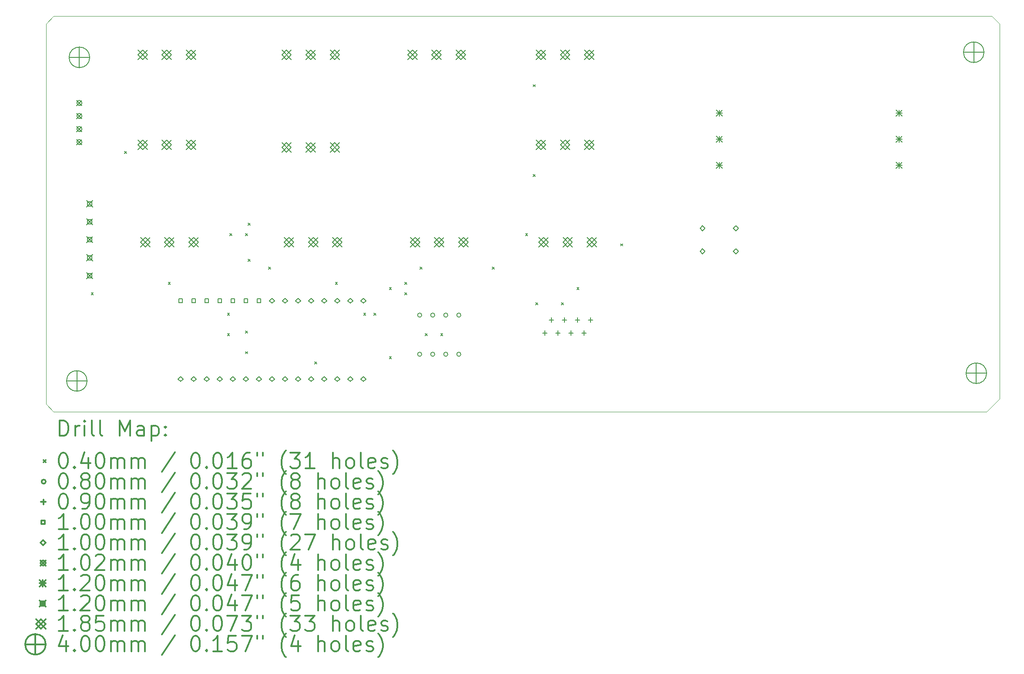
<source format=gbr>
%FSLAX45Y45*%
G04 Gerber Fmt 4.5, Leading zero omitted, Abs format (unit mm)*
G04 Created by KiCad (PCBNEW 4.0.0-rc2-stable) date 9-2-2016 22:10:56*
%MOMM*%
G01*
G04 APERTURE LIST*
%ADD10C,0.127000*%
%ADD11C,0.100000*%
%ADD12C,0.200000*%
%ADD13C,0.300000*%
G04 APERTURE END LIST*
D10*
D11*
X18700000Y-9800000D02*
X20900000Y-9800000D01*
X2750000Y-9800000D02*
X18700000Y-9800000D01*
X21150000Y-9550000D02*
X20900000Y-9800000D01*
X21150000Y-2250000D02*
X21150000Y-9550000D01*
X21000000Y-2100000D02*
X21150000Y-2250000D01*
X15450000Y-2100000D02*
X21000000Y-2100000D01*
X2750000Y-2100000D02*
X2600000Y-2250000D01*
X15300000Y-2100000D02*
X15450000Y-2100000D01*
X2600000Y-9650000D02*
X2750000Y-9800000D01*
X2600000Y-9600000D02*
X2600000Y-9650000D01*
X2600000Y-8750000D02*
X2600000Y-9650000D01*
X2600000Y-8350000D02*
X2600000Y-8750000D01*
X2600000Y-2250000D02*
X2600000Y-8350000D01*
X2750000Y-2100000D02*
X15300000Y-2100000D01*
D12*
X3480000Y-7480000D02*
X3520000Y-7520000D01*
X3520000Y-7480000D02*
X3480000Y-7520000D01*
X4130000Y-4730000D02*
X4170000Y-4770000D01*
X4170000Y-4730000D02*
X4130000Y-4770000D01*
X4980000Y-7280000D02*
X5020000Y-7320000D01*
X5020000Y-7280000D02*
X4980000Y-7320000D01*
X6130000Y-7880000D02*
X6170000Y-7920000D01*
X6170000Y-7880000D02*
X6130000Y-7920000D01*
X6130000Y-8280000D02*
X6170000Y-8320000D01*
X6170000Y-8280000D02*
X6130000Y-8320000D01*
X6180000Y-6330000D02*
X6220000Y-6370000D01*
X6220000Y-6330000D02*
X6180000Y-6370000D01*
X6480000Y-6330000D02*
X6520000Y-6370000D01*
X6520000Y-6330000D02*
X6480000Y-6370000D01*
X6480000Y-8230000D02*
X6520000Y-8270000D01*
X6520000Y-8230000D02*
X6480000Y-8270000D01*
X6480000Y-8630000D02*
X6520000Y-8670000D01*
X6520000Y-8630000D02*
X6480000Y-8670000D01*
X6530000Y-6130000D02*
X6570000Y-6170000D01*
X6570000Y-6130000D02*
X6530000Y-6170000D01*
X6530000Y-6830000D02*
X6570000Y-6870000D01*
X6570000Y-6830000D02*
X6530000Y-6870000D01*
X6930000Y-6980000D02*
X6970000Y-7020000D01*
X6970000Y-6980000D02*
X6930000Y-7020000D01*
X7830000Y-8830000D02*
X7870000Y-8870000D01*
X7870000Y-8830000D02*
X7830000Y-8870000D01*
X8230000Y-7280000D02*
X8270000Y-7320000D01*
X8270000Y-7280000D02*
X8230000Y-7320000D01*
X8780000Y-7880000D02*
X8820000Y-7920000D01*
X8820000Y-7880000D02*
X8780000Y-7920000D01*
X8980000Y-7880000D02*
X9020000Y-7920000D01*
X9020000Y-7880000D02*
X8980000Y-7920000D01*
X9280000Y-7380000D02*
X9320000Y-7420000D01*
X9320000Y-7380000D02*
X9280000Y-7420000D01*
X9280000Y-8730000D02*
X9320000Y-8770000D01*
X9320000Y-8730000D02*
X9280000Y-8770000D01*
X9580000Y-7280000D02*
X9620000Y-7320000D01*
X9620000Y-7280000D02*
X9580000Y-7320000D01*
X9580000Y-7480000D02*
X9620000Y-7520000D01*
X9620000Y-7480000D02*
X9580000Y-7520000D01*
X9880000Y-6980000D02*
X9920000Y-7020000D01*
X9920000Y-6980000D02*
X9880000Y-7020000D01*
X9980000Y-8280000D02*
X10020000Y-8320000D01*
X10020000Y-8280000D02*
X9980000Y-8320000D01*
X10280000Y-8280000D02*
X10320000Y-8320000D01*
X10320000Y-8280000D02*
X10280000Y-8320000D01*
X11280000Y-6980000D02*
X11320000Y-7020000D01*
X11320000Y-6980000D02*
X11280000Y-7020000D01*
X11930000Y-6330000D02*
X11970000Y-6370000D01*
X11970000Y-6330000D02*
X11930000Y-6370000D01*
X12080000Y-3430000D02*
X12120000Y-3470000D01*
X12120000Y-3430000D02*
X12080000Y-3470000D01*
X12080000Y-5180000D02*
X12120000Y-5220000D01*
X12120000Y-5180000D02*
X12080000Y-5220000D01*
X12130000Y-7680000D02*
X12170000Y-7720000D01*
X12170000Y-7680000D02*
X12130000Y-7720000D01*
X12630000Y-7680000D02*
X12670000Y-7720000D01*
X12670000Y-7680000D02*
X12630000Y-7720000D01*
X12930000Y-7380000D02*
X12970000Y-7420000D01*
X12970000Y-7380000D02*
X12930000Y-7420000D01*
X13780000Y-6530000D02*
X13820000Y-6570000D01*
X13820000Y-6530000D02*
X13780000Y-6570000D01*
X9909005Y-7919000D02*
G75*
G03X9909005Y-7919000I-40005J0D01*
G01*
X9909005Y-8681000D02*
G75*
G03X9909005Y-8681000I-40005J0D01*
G01*
X10163005Y-7919000D02*
G75*
G03X10163005Y-7919000I-40005J0D01*
G01*
X10163005Y-8681000D02*
G75*
G03X10163005Y-8681000I-40005J0D01*
G01*
X10417005Y-7919000D02*
G75*
G03X10417005Y-7919000I-40005J0D01*
G01*
X10417005Y-8681000D02*
G75*
G03X10417005Y-8681000I-40005J0D01*
G01*
X10671005Y-7919000D02*
G75*
G03X10671005Y-7919000I-40005J0D01*
G01*
X10671005Y-8681000D02*
G75*
G03X10671005Y-8681000I-40005J0D01*
G01*
X12305500Y-8220042D02*
X12305500Y-8309958D01*
X12260542Y-8265000D02*
X12350458Y-8265000D01*
X12432500Y-7966042D02*
X12432500Y-8055958D01*
X12387542Y-8011000D02*
X12477458Y-8011000D01*
X12559500Y-8220042D02*
X12559500Y-8309958D01*
X12514542Y-8265000D02*
X12604458Y-8265000D01*
X12686500Y-7966042D02*
X12686500Y-8055958D01*
X12641542Y-8011000D02*
X12731458Y-8011000D01*
X12813500Y-8220042D02*
X12813500Y-8309958D01*
X12768542Y-8265000D02*
X12858458Y-8265000D01*
X12940500Y-7966042D02*
X12940500Y-8055958D01*
X12895542Y-8011000D02*
X12985458Y-8011000D01*
X13067500Y-8220042D02*
X13067500Y-8309958D01*
X13022542Y-8265000D02*
X13112458Y-8265000D01*
X13194500Y-7966042D02*
X13194500Y-8055958D01*
X13149542Y-8011000D02*
X13239458Y-8011000D01*
X5257293Y-7673293D02*
X5257293Y-7602707D01*
X5186707Y-7602707D01*
X5186707Y-7673293D01*
X5257293Y-7673293D01*
X5511293Y-7673293D02*
X5511293Y-7602707D01*
X5440707Y-7602707D01*
X5440707Y-7673293D01*
X5511293Y-7673293D01*
X5765293Y-7673293D02*
X5765293Y-7602707D01*
X5694707Y-7602707D01*
X5694707Y-7673293D01*
X5765293Y-7673293D01*
X6019293Y-7673293D02*
X6019293Y-7602707D01*
X5948707Y-7602707D01*
X5948707Y-7673293D01*
X6019293Y-7673293D01*
X6273293Y-7673293D02*
X6273293Y-7602707D01*
X6202707Y-7602707D01*
X6202707Y-7673293D01*
X6273293Y-7673293D01*
X6527293Y-7673293D02*
X6527293Y-7602707D01*
X6456707Y-7602707D01*
X6456707Y-7673293D01*
X6527293Y-7673293D01*
X6781293Y-7673293D02*
X6781293Y-7602707D01*
X6710707Y-7602707D01*
X6710707Y-7673293D01*
X6781293Y-7673293D01*
X5222000Y-9212038D02*
X5272038Y-9162000D01*
X5222000Y-9111962D01*
X5171962Y-9162000D01*
X5222000Y-9212038D01*
X5476000Y-9212038D02*
X5526038Y-9162000D01*
X5476000Y-9111962D01*
X5425962Y-9162000D01*
X5476000Y-9212038D01*
X5730000Y-9212038D02*
X5780038Y-9162000D01*
X5730000Y-9111962D01*
X5679962Y-9162000D01*
X5730000Y-9212038D01*
X5984000Y-9212038D02*
X6034038Y-9162000D01*
X5984000Y-9111962D01*
X5933962Y-9162000D01*
X5984000Y-9212038D01*
X6238000Y-9212038D02*
X6288038Y-9162000D01*
X6238000Y-9111962D01*
X6187962Y-9162000D01*
X6238000Y-9212038D01*
X6492000Y-9212038D02*
X6542038Y-9162000D01*
X6492000Y-9111962D01*
X6441962Y-9162000D01*
X6492000Y-9212038D01*
X6746000Y-9212038D02*
X6796038Y-9162000D01*
X6746000Y-9111962D01*
X6695962Y-9162000D01*
X6746000Y-9212038D01*
X7000000Y-7688038D02*
X7050038Y-7638000D01*
X7000000Y-7587962D01*
X6949962Y-7638000D01*
X7000000Y-7688038D01*
X7000000Y-9212038D02*
X7050038Y-9162000D01*
X7000000Y-9111962D01*
X6949962Y-9162000D01*
X7000000Y-9212038D01*
X7254000Y-7688038D02*
X7304038Y-7638000D01*
X7254000Y-7587962D01*
X7203962Y-7638000D01*
X7254000Y-7688038D01*
X7254000Y-9212038D02*
X7304038Y-9162000D01*
X7254000Y-9111962D01*
X7203962Y-9162000D01*
X7254000Y-9212038D01*
X7508000Y-7688038D02*
X7558038Y-7638000D01*
X7508000Y-7587962D01*
X7457962Y-7638000D01*
X7508000Y-7688038D01*
X7508000Y-9212038D02*
X7558038Y-9162000D01*
X7508000Y-9111962D01*
X7457962Y-9162000D01*
X7508000Y-9212038D01*
X7762000Y-7688038D02*
X7812038Y-7638000D01*
X7762000Y-7587962D01*
X7711962Y-7638000D01*
X7762000Y-7688038D01*
X7762000Y-9212038D02*
X7812038Y-9162000D01*
X7762000Y-9111962D01*
X7711962Y-9162000D01*
X7762000Y-9212038D01*
X8016000Y-7688038D02*
X8066038Y-7638000D01*
X8016000Y-7587962D01*
X7965962Y-7638000D01*
X8016000Y-7688038D01*
X8016000Y-9212038D02*
X8066038Y-9162000D01*
X8016000Y-9111962D01*
X7965962Y-9162000D01*
X8016000Y-9212038D01*
X8270000Y-7688038D02*
X8320038Y-7638000D01*
X8270000Y-7587962D01*
X8219962Y-7638000D01*
X8270000Y-7688038D01*
X8270000Y-9212038D02*
X8320038Y-9162000D01*
X8270000Y-9111962D01*
X8219962Y-9162000D01*
X8270000Y-9212038D01*
X8524000Y-7688038D02*
X8574038Y-7638000D01*
X8524000Y-7587962D01*
X8473962Y-7638000D01*
X8524000Y-7688038D01*
X8524000Y-9212038D02*
X8574038Y-9162000D01*
X8524000Y-9111962D01*
X8473962Y-9162000D01*
X8524000Y-9212038D01*
X8778000Y-7688038D02*
X8828038Y-7638000D01*
X8778000Y-7587962D01*
X8727962Y-7638000D01*
X8778000Y-7688038D01*
X8778000Y-9212038D02*
X8828038Y-9162000D01*
X8778000Y-9111962D01*
X8727962Y-9162000D01*
X8778000Y-9212038D01*
X15374880Y-6274994D02*
X15424918Y-6224956D01*
X15374880Y-6174918D01*
X15324842Y-6224956D01*
X15374880Y-6274994D01*
X15374880Y-6725082D02*
X15424918Y-6675044D01*
X15374880Y-6625006D01*
X15324842Y-6675044D01*
X15374880Y-6725082D01*
X16025120Y-6274994D02*
X16075158Y-6224956D01*
X16025120Y-6174918D01*
X15975082Y-6224956D01*
X16025120Y-6274994D01*
X16025120Y-6725082D02*
X16075158Y-6675044D01*
X16025120Y-6625006D01*
X15975082Y-6675044D01*
X16025120Y-6725082D01*
X3199200Y-3737200D02*
X3300800Y-3838800D01*
X3300800Y-3737200D02*
X3199200Y-3838800D01*
X3300800Y-3788000D02*
G75*
G03X3300800Y-3788000I-50800J0D01*
G01*
X3199200Y-3991200D02*
X3300800Y-4092800D01*
X3300800Y-3991200D02*
X3199200Y-4092800D01*
X3300800Y-4042000D02*
G75*
G03X3300800Y-4042000I-50800J0D01*
G01*
X3199200Y-4245200D02*
X3300800Y-4346800D01*
X3300800Y-4245200D02*
X3199200Y-4346800D01*
X3300800Y-4296000D02*
G75*
G03X3300800Y-4296000I-50800J0D01*
G01*
X3199200Y-4499200D02*
X3300800Y-4600800D01*
X3300800Y-4499200D02*
X3199200Y-4600800D01*
X3300800Y-4550000D02*
G75*
G03X3300800Y-4550000I-50800J0D01*
G01*
X15640056Y-3924056D02*
X15759944Y-4043944D01*
X15759944Y-3924056D02*
X15640056Y-4043944D01*
X15700000Y-3924056D02*
X15700000Y-4043944D01*
X15640056Y-3984000D02*
X15759944Y-3984000D01*
X15640056Y-4432056D02*
X15759944Y-4551944D01*
X15759944Y-4432056D02*
X15640056Y-4551944D01*
X15700000Y-4432056D02*
X15700000Y-4551944D01*
X15640056Y-4492000D02*
X15759944Y-4492000D01*
X15640056Y-4940056D02*
X15759944Y-5059944D01*
X15759944Y-4940056D02*
X15640056Y-5059944D01*
X15700000Y-4940056D02*
X15700000Y-5059944D01*
X15640056Y-5000000D02*
X15759944Y-5000000D01*
X19140056Y-3924056D02*
X19259944Y-4043944D01*
X19259944Y-3924056D02*
X19140056Y-4043944D01*
X19200000Y-3924056D02*
X19200000Y-4043944D01*
X19140056Y-3984000D02*
X19259944Y-3984000D01*
X19140056Y-4432056D02*
X19259944Y-4551944D01*
X19259944Y-4432056D02*
X19140056Y-4551944D01*
X19200000Y-4432056D02*
X19200000Y-4551944D01*
X19140056Y-4492000D02*
X19259944Y-4492000D01*
X19140056Y-4940056D02*
X19259944Y-5059944D01*
X19259944Y-4940056D02*
X19140056Y-5059944D01*
X19200000Y-4940056D02*
X19200000Y-5059944D01*
X19140056Y-5000000D02*
X19259944Y-5000000D01*
X3390000Y-5690000D02*
X3510000Y-5810000D01*
X3510000Y-5690000D02*
X3390000Y-5810000D01*
X3492427Y-5792427D02*
X3492427Y-5707573D01*
X3407573Y-5707573D01*
X3407573Y-5792427D01*
X3492427Y-5792427D01*
X3390000Y-6040000D02*
X3510000Y-6160000D01*
X3510000Y-6040000D02*
X3390000Y-6160000D01*
X3492427Y-6142427D02*
X3492427Y-6057573D01*
X3407573Y-6057573D01*
X3407573Y-6142427D01*
X3492427Y-6142427D01*
X3390000Y-6390000D02*
X3510000Y-6510000D01*
X3510000Y-6390000D02*
X3390000Y-6510000D01*
X3492427Y-6492427D02*
X3492427Y-6407573D01*
X3407573Y-6407573D01*
X3407573Y-6492427D01*
X3492427Y-6492427D01*
X3390000Y-6740000D02*
X3510000Y-6860000D01*
X3510000Y-6740000D02*
X3390000Y-6860000D01*
X3492427Y-6842427D02*
X3492427Y-6757573D01*
X3407573Y-6757573D01*
X3407573Y-6842427D01*
X3492427Y-6842427D01*
X3390000Y-7090000D02*
X3510000Y-7210000D01*
X3510000Y-7090000D02*
X3390000Y-7210000D01*
X3492427Y-7192427D02*
X3492427Y-7107573D01*
X3407573Y-7107573D01*
X3407573Y-7192427D01*
X3492427Y-7192427D01*
X4387771Y-2757671D02*
X4572429Y-2942329D01*
X4572429Y-2757671D02*
X4387771Y-2942329D01*
X4480100Y-2942329D02*
X4572429Y-2850000D01*
X4480100Y-2757671D01*
X4387771Y-2850000D01*
X4480100Y-2942329D01*
X4387771Y-4507671D02*
X4572429Y-4692329D01*
X4572429Y-4507671D02*
X4387771Y-4692329D01*
X4480100Y-4692329D02*
X4572429Y-4600000D01*
X4480100Y-4507671D01*
X4387771Y-4600000D01*
X4480100Y-4692329D01*
X4437771Y-6407671D02*
X4622429Y-6592329D01*
X4622429Y-6407671D02*
X4437771Y-6592329D01*
X4530100Y-6592329D02*
X4622429Y-6500000D01*
X4530100Y-6407671D01*
X4437771Y-6500000D01*
X4530100Y-6592329D01*
X4857671Y-2757671D02*
X5042329Y-2942329D01*
X5042329Y-2757671D02*
X4857671Y-2942329D01*
X4950000Y-2942329D02*
X5042329Y-2850000D01*
X4950000Y-2757671D01*
X4857671Y-2850000D01*
X4950000Y-2942329D01*
X4857671Y-4507671D02*
X5042329Y-4692329D01*
X5042329Y-4507671D02*
X4857671Y-4692329D01*
X4950000Y-4692329D02*
X5042329Y-4600000D01*
X4950000Y-4507671D01*
X4857671Y-4600000D01*
X4950000Y-4692329D01*
X4907671Y-6407671D02*
X5092329Y-6592329D01*
X5092329Y-6407671D02*
X4907671Y-6592329D01*
X5000000Y-6592329D02*
X5092329Y-6500000D01*
X5000000Y-6407671D01*
X4907671Y-6500000D01*
X5000000Y-6592329D01*
X5327571Y-2757671D02*
X5512229Y-2942329D01*
X5512229Y-2757671D02*
X5327571Y-2942329D01*
X5419900Y-2942329D02*
X5512229Y-2850000D01*
X5419900Y-2757671D01*
X5327571Y-2850000D01*
X5419900Y-2942329D01*
X5327571Y-4507671D02*
X5512229Y-4692329D01*
X5512229Y-4507671D02*
X5327571Y-4692329D01*
X5419900Y-4692329D02*
X5512229Y-4600000D01*
X5419900Y-4507671D01*
X5327571Y-4600000D01*
X5419900Y-4692329D01*
X5377571Y-6407671D02*
X5562229Y-6592329D01*
X5562229Y-6407671D02*
X5377571Y-6592329D01*
X5469900Y-6592329D02*
X5562229Y-6500000D01*
X5469900Y-6407671D01*
X5377571Y-6500000D01*
X5469900Y-6592329D01*
X7187771Y-2757671D02*
X7372429Y-2942329D01*
X7372429Y-2757671D02*
X7187771Y-2942329D01*
X7280100Y-2942329D02*
X7372429Y-2850000D01*
X7280100Y-2757671D01*
X7187771Y-2850000D01*
X7280100Y-2942329D01*
X7187771Y-4557671D02*
X7372429Y-4742329D01*
X7372429Y-4557671D02*
X7187771Y-4742329D01*
X7280100Y-4742329D02*
X7372429Y-4650000D01*
X7280100Y-4557671D01*
X7187771Y-4650000D01*
X7280100Y-4742329D01*
X7237771Y-6407671D02*
X7422429Y-6592329D01*
X7422429Y-6407671D02*
X7237771Y-6592329D01*
X7330100Y-6592329D02*
X7422429Y-6500000D01*
X7330100Y-6407671D01*
X7237771Y-6500000D01*
X7330100Y-6592329D01*
X7657671Y-2757671D02*
X7842329Y-2942329D01*
X7842329Y-2757671D02*
X7657671Y-2942329D01*
X7750000Y-2942329D02*
X7842329Y-2850000D01*
X7750000Y-2757671D01*
X7657671Y-2850000D01*
X7750000Y-2942329D01*
X7657671Y-4557671D02*
X7842329Y-4742329D01*
X7842329Y-4557671D02*
X7657671Y-4742329D01*
X7750000Y-4742329D02*
X7842329Y-4650000D01*
X7750000Y-4557671D01*
X7657671Y-4650000D01*
X7750000Y-4742329D01*
X7707671Y-6407671D02*
X7892329Y-6592329D01*
X7892329Y-6407671D02*
X7707671Y-6592329D01*
X7800000Y-6592329D02*
X7892329Y-6500000D01*
X7800000Y-6407671D01*
X7707671Y-6500000D01*
X7800000Y-6592329D01*
X8127571Y-2757671D02*
X8312229Y-2942329D01*
X8312229Y-2757671D02*
X8127571Y-2942329D01*
X8219900Y-2942329D02*
X8312229Y-2850000D01*
X8219900Y-2757671D01*
X8127571Y-2850000D01*
X8219900Y-2942329D01*
X8127571Y-4557671D02*
X8312229Y-4742329D01*
X8312229Y-4557671D02*
X8127571Y-4742329D01*
X8219900Y-4742329D02*
X8312229Y-4650000D01*
X8219900Y-4557671D01*
X8127571Y-4650000D01*
X8219900Y-4742329D01*
X8177571Y-6407671D02*
X8362229Y-6592329D01*
X8362229Y-6407671D02*
X8177571Y-6592329D01*
X8269900Y-6592329D02*
X8362229Y-6500000D01*
X8269900Y-6407671D01*
X8177571Y-6500000D01*
X8269900Y-6592329D01*
X9637771Y-2757671D02*
X9822429Y-2942329D01*
X9822429Y-2757671D02*
X9637771Y-2942329D01*
X9730100Y-2942329D02*
X9822429Y-2850000D01*
X9730100Y-2757671D01*
X9637771Y-2850000D01*
X9730100Y-2942329D01*
X9687771Y-6407671D02*
X9872429Y-6592329D01*
X9872429Y-6407671D02*
X9687771Y-6592329D01*
X9780100Y-6592329D02*
X9872429Y-6500000D01*
X9780100Y-6407671D01*
X9687771Y-6500000D01*
X9780100Y-6592329D01*
X10107671Y-2757671D02*
X10292329Y-2942329D01*
X10292329Y-2757671D02*
X10107671Y-2942329D01*
X10200000Y-2942329D02*
X10292329Y-2850000D01*
X10200000Y-2757671D01*
X10107671Y-2850000D01*
X10200000Y-2942329D01*
X10157671Y-6407671D02*
X10342329Y-6592329D01*
X10342329Y-6407671D02*
X10157671Y-6592329D01*
X10250000Y-6592329D02*
X10342329Y-6500000D01*
X10250000Y-6407671D01*
X10157671Y-6500000D01*
X10250000Y-6592329D01*
X10577571Y-2757671D02*
X10762229Y-2942329D01*
X10762229Y-2757671D02*
X10577571Y-2942329D01*
X10669900Y-2942329D02*
X10762229Y-2850000D01*
X10669900Y-2757671D01*
X10577571Y-2850000D01*
X10669900Y-2942329D01*
X10627571Y-6407671D02*
X10812229Y-6592329D01*
X10812229Y-6407671D02*
X10627571Y-6592329D01*
X10719900Y-6592329D02*
X10812229Y-6500000D01*
X10719900Y-6407671D01*
X10627571Y-6500000D01*
X10719900Y-6592329D01*
X12137771Y-2757671D02*
X12322429Y-2942329D01*
X12322429Y-2757671D02*
X12137771Y-2942329D01*
X12230100Y-2942329D02*
X12322429Y-2850000D01*
X12230100Y-2757671D01*
X12137771Y-2850000D01*
X12230100Y-2942329D01*
X12137771Y-4507671D02*
X12322429Y-4692329D01*
X12322429Y-4507671D02*
X12137771Y-4692329D01*
X12230100Y-4692329D02*
X12322429Y-4600000D01*
X12230100Y-4507671D01*
X12137771Y-4600000D01*
X12230100Y-4692329D01*
X12187771Y-6407671D02*
X12372429Y-6592329D01*
X12372429Y-6407671D02*
X12187771Y-6592329D01*
X12280100Y-6592329D02*
X12372429Y-6500000D01*
X12280100Y-6407671D01*
X12187771Y-6500000D01*
X12280100Y-6592329D01*
X12607671Y-2757671D02*
X12792329Y-2942329D01*
X12792329Y-2757671D02*
X12607671Y-2942329D01*
X12700000Y-2942329D02*
X12792329Y-2850000D01*
X12700000Y-2757671D01*
X12607671Y-2850000D01*
X12700000Y-2942329D01*
X12607671Y-4507671D02*
X12792329Y-4692329D01*
X12792329Y-4507671D02*
X12607671Y-4692329D01*
X12700000Y-4692329D02*
X12792329Y-4600000D01*
X12700000Y-4507671D01*
X12607671Y-4600000D01*
X12700000Y-4692329D01*
X12657671Y-6407671D02*
X12842329Y-6592329D01*
X12842329Y-6407671D02*
X12657671Y-6592329D01*
X12750000Y-6592329D02*
X12842329Y-6500000D01*
X12750000Y-6407671D01*
X12657671Y-6500000D01*
X12750000Y-6592329D01*
X13077571Y-2757671D02*
X13262229Y-2942329D01*
X13262229Y-2757671D02*
X13077571Y-2942329D01*
X13169900Y-2942329D02*
X13262229Y-2850000D01*
X13169900Y-2757671D01*
X13077571Y-2850000D01*
X13169900Y-2942329D01*
X13077571Y-4507671D02*
X13262229Y-4692329D01*
X13262229Y-4507671D02*
X13077571Y-4692329D01*
X13169900Y-4692329D02*
X13262229Y-4600000D01*
X13169900Y-4507671D01*
X13077571Y-4600000D01*
X13169900Y-4692329D01*
X13127571Y-6407671D02*
X13312229Y-6592329D01*
X13312229Y-6407671D02*
X13127571Y-6592329D01*
X13219900Y-6592329D02*
X13312229Y-6500000D01*
X13219900Y-6407671D01*
X13127571Y-6500000D01*
X13219900Y-6592329D01*
X3200000Y-9000000D02*
X3200000Y-9400000D01*
X3000000Y-9200000D02*
X3400000Y-9200000D01*
X3400000Y-9200000D02*
G75*
G03X3400000Y-9200000I-200000J0D01*
G01*
X3250000Y-2700000D02*
X3250000Y-3100000D01*
X3050000Y-2900000D02*
X3450000Y-2900000D01*
X3450000Y-2900000D02*
G75*
G03X3450000Y-2900000I-200000J0D01*
G01*
X20650000Y-2600000D02*
X20650000Y-3000000D01*
X20450000Y-2800000D02*
X20850000Y-2800000D01*
X20850000Y-2800000D02*
G75*
G03X20850000Y-2800000I-200000J0D01*
G01*
X20700000Y-8850000D02*
X20700000Y-9250000D01*
X20500000Y-9050000D02*
X20900000Y-9050000D01*
X20900000Y-9050000D02*
G75*
G03X20900000Y-9050000I-200000J0D01*
G01*
D13*
X2866428Y-10270714D02*
X2866428Y-9970714D01*
X2937857Y-9970714D01*
X2980714Y-9985000D01*
X3009286Y-10013572D01*
X3023571Y-10042143D01*
X3037857Y-10099286D01*
X3037857Y-10142143D01*
X3023571Y-10199286D01*
X3009286Y-10227857D01*
X2980714Y-10256429D01*
X2937857Y-10270714D01*
X2866428Y-10270714D01*
X3166428Y-10270714D02*
X3166428Y-10070714D01*
X3166428Y-10127857D02*
X3180714Y-10099286D01*
X3195000Y-10085000D01*
X3223571Y-10070714D01*
X3252143Y-10070714D01*
X3352143Y-10270714D02*
X3352143Y-10070714D01*
X3352143Y-9970714D02*
X3337857Y-9985000D01*
X3352143Y-9999286D01*
X3366428Y-9985000D01*
X3352143Y-9970714D01*
X3352143Y-9999286D01*
X3537857Y-10270714D02*
X3509286Y-10256429D01*
X3495000Y-10227857D01*
X3495000Y-9970714D01*
X3695000Y-10270714D02*
X3666428Y-10256429D01*
X3652143Y-10227857D01*
X3652143Y-9970714D01*
X4037857Y-10270714D02*
X4037857Y-9970714D01*
X4137857Y-10185000D01*
X4237857Y-9970714D01*
X4237857Y-10270714D01*
X4509286Y-10270714D02*
X4509286Y-10113572D01*
X4495000Y-10085000D01*
X4466429Y-10070714D01*
X4409286Y-10070714D01*
X4380714Y-10085000D01*
X4509286Y-10256429D02*
X4480714Y-10270714D01*
X4409286Y-10270714D01*
X4380714Y-10256429D01*
X4366429Y-10227857D01*
X4366429Y-10199286D01*
X4380714Y-10170714D01*
X4409286Y-10156429D01*
X4480714Y-10156429D01*
X4509286Y-10142143D01*
X4652143Y-10070714D02*
X4652143Y-10370714D01*
X4652143Y-10085000D02*
X4680714Y-10070714D01*
X4737857Y-10070714D01*
X4766429Y-10085000D01*
X4780714Y-10099286D01*
X4795000Y-10127857D01*
X4795000Y-10213572D01*
X4780714Y-10242143D01*
X4766429Y-10256429D01*
X4737857Y-10270714D01*
X4680714Y-10270714D01*
X4652143Y-10256429D01*
X4923571Y-10242143D02*
X4937857Y-10256429D01*
X4923571Y-10270714D01*
X4909286Y-10256429D01*
X4923571Y-10242143D01*
X4923571Y-10270714D01*
X4923571Y-10085000D02*
X4937857Y-10099286D01*
X4923571Y-10113572D01*
X4909286Y-10099286D01*
X4923571Y-10085000D01*
X4923571Y-10113572D01*
X2555000Y-10745000D02*
X2595000Y-10785000D01*
X2595000Y-10745000D02*
X2555000Y-10785000D01*
X2923571Y-10600714D02*
X2952143Y-10600714D01*
X2980714Y-10615000D01*
X2995000Y-10629286D01*
X3009286Y-10657857D01*
X3023571Y-10715000D01*
X3023571Y-10786429D01*
X3009286Y-10843572D01*
X2995000Y-10872143D01*
X2980714Y-10886429D01*
X2952143Y-10900714D01*
X2923571Y-10900714D01*
X2895000Y-10886429D01*
X2880714Y-10872143D01*
X2866428Y-10843572D01*
X2852143Y-10786429D01*
X2852143Y-10715000D01*
X2866428Y-10657857D01*
X2880714Y-10629286D01*
X2895000Y-10615000D01*
X2923571Y-10600714D01*
X3152143Y-10872143D02*
X3166428Y-10886429D01*
X3152143Y-10900714D01*
X3137857Y-10886429D01*
X3152143Y-10872143D01*
X3152143Y-10900714D01*
X3423571Y-10700714D02*
X3423571Y-10900714D01*
X3352143Y-10586429D02*
X3280714Y-10800714D01*
X3466428Y-10800714D01*
X3637857Y-10600714D02*
X3666428Y-10600714D01*
X3695000Y-10615000D01*
X3709286Y-10629286D01*
X3723571Y-10657857D01*
X3737857Y-10715000D01*
X3737857Y-10786429D01*
X3723571Y-10843572D01*
X3709286Y-10872143D01*
X3695000Y-10886429D01*
X3666428Y-10900714D01*
X3637857Y-10900714D01*
X3609286Y-10886429D01*
X3595000Y-10872143D01*
X3580714Y-10843572D01*
X3566428Y-10786429D01*
X3566428Y-10715000D01*
X3580714Y-10657857D01*
X3595000Y-10629286D01*
X3609286Y-10615000D01*
X3637857Y-10600714D01*
X3866428Y-10900714D02*
X3866428Y-10700714D01*
X3866428Y-10729286D02*
X3880714Y-10715000D01*
X3909286Y-10700714D01*
X3952143Y-10700714D01*
X3980714Y-10715000D01*
X3995000Y-10743572D01*
X3995000Y-10900714D01*
X3995000Y-10743572D02*
X4009286Y-10715000D01*
X4037857Y-10700714D01*
X4080714Y-10700714D01*
X4109286Y-10715000D01*
X4123571Y-10743572D01*
X4123571Y-10900714D01*
X4266429Y-10900714D02*
X4266429Y-10700714D01*
X4266429Y-10729286D02*
X4280714Y-10715000D01*
X4309286Y-10700714D01*
X4352143Y-10700714D01*
X4380714Y-10715000D01*
X4395000Y-10743572D01*
X4395000Y-10900714D01*
X4395000Y-10743572D02*
X4409286Y-10715000D01*
X4437857Y-10700714D01*
X4480714Y-10700714D01*
X4509286Y-10715000D01*
X4523571Y-10743572D01*
X4523571Y-10900714D01*
X5109286Y-10586429D02*
X4852143Y-10972143D01*
X5495000Y-10600714D02*
X5523571Y-10600714D01*
X5552143Y-10615000D01*
X5566428Y-10629286D01*
X5580714Y-10657857D01*
X5595000Y-10715000D01*
X5595000Y-10786429D01*
X5580714Y-10843572D01*
X5566428Y-10872143D01*
X5552143Y-10886429D01*
X5523571Y-10900714D01*
X5495000Y-10900714D01*
X5466428Y-10886429D01*
X5452143Y-10872143D01*
X5437857Y-10843572D01*
X5423571Y-10786429D01*
X5423571Y-10715000D01*
X5437857Y-10657857D01*
X5452143Y-10629286D01*
X5466428Y-10615000D01*
X5495000Y-10600714D01*
X5723571Y-10872143D02*
X5737857Y-10886429D01*
X5723571Y-10900714D01*
X5709286Y-10886429D01*
X5723571Y-10872143D01*
X5723571Y-10900714D01*
X5923571Y-10600714D02*
X5952143Y-10600714D01*
X5980714Y-10615000D01*
X5995000Y-10629286D01*
X6009285Y-10657857D01*
X6023571Y-10715000D01*
X6023571Y-10786429D01*
X6009285Y-10843572D01*
X5995000Y-10872143D01*
X5980714Y-10886429D01*
X5952143Y-10900714D01*
X5923571Y-10900714D01*
X5895000Y-10886429D01*
X5880714Y-10872143D01*
X5866428Y-10843572D01*
X5852143Y-10786429D01*
X5852143Y-10715000D01*
X5866428Y-10657857D01*
X5880714Y-10629286D01*
X5895000Y-10615000D01*
X5923571Y-10600714D01*
X6309285Y-10900714D02*
X6137857Y-10900714D01*
X6223571Y-10900714D02*
X6223571Y-10600714D01*
X6195000Y-10643572D01*
X6166428Y-10672143D01*
X6137857Y-10686429D01*
X6566428Y-10600714D02*
X6509285Y-10600714D01*
X6480714Y-10615000D01*
X6466428Y-10629286D01*
X6437857Y-10672143D01*
X6423571Y-10729286D01*
X6423571Y-10843572D01*
X6437857Y-10872143D01*
X6452143Y-10886429D01*
X6480714Y-10900714D01*
X6537857Y-10900714D01*
X6566428Y-10886429D01*
X6580714Y-10872143D01*
X6595000Y-10843572D01*
X6595000Y-10772143D01*
X6580714Y-10743572D01*
X6566428Y-10729286D01*
X6537857Y-10715000D01*
X6480714Y-10715000D01*
X6452143Y-10729286D01*
X6437857Y-10743572D01*
X6423571Y-10772143D01*
X6709286Y-10600714D02*
X6709286Y-10657857D01*
X6823571Y-10600714D02*
X6823571Y-10657857D01*
X7266428Y-11015000D02*
X7252143Y-11000714D01*
X7223571Y-10957857D01*
X7209285Y-10929286D01*
X7195000Y-10886429D01*
X7180714Y-10815000D01*
X7180714Y-10757857D01*
X7195000Y-10686429D01*
X7209285Y-10643572D01*
X7223571Y-10615000D01*
X7252143Y-10572143D01*
X7266428Y-10557857D01*
X7352143Y-10600714D02*
X7537857Y-10600714D01*
X7437857Y-10715000D01*
X7480714Y-10715000D01*
X7509285Y-10729286D01*
X7523571Y-10743572D01*
X7537857Y-10772143D01*
X7537857Y-10843572D01*
X7523571Y-10872143D01*
X7509285Y-10886429D01*
X7480714Y-10900714D01*
X7395000Y-10900714D01*
X7366428Y-10886429D01*
X7352143Y-10872143D01*
X7823571Y-10900714D02*
X7652143Y-10900714D01*
X7737857Y-10900714D02*
X7737857Y-10600714D01*
X7709285Y-10643572D01*
X7680714Y-10672143D01*
X7652143Y-10686429D01*
X8180714Y-10900714D02*
X8180714Y-10600714D01*
X8309285Y-10900714D02*
X8309285Y-10743572D01*
X8295000Y-10715000D01*
X8266428Y-10700714D01*
X8223571Y-10700714D01*
X8195000Y-10715000D01*
X8180714Y-10729286D01*
X8495000Y-10900714D02*
X8466428Y-10886429D01*
X8452143Y-10872143D01*
X8437857Y-10843572D01*
X8437857Y-10757857D01*
X8452143Y-10729286D01*
X8466428Y-10715000D01*
X8495000Y-10700714D01*
X8537857Y-10700714D01*
X8566428Y-10715000D01*
X8580714Y-10729286D01*
X8595000Y-10757857D01*
X8595000Y-10843572D01*
X8580714Y-10872143D01*
X8566428Y-10886429D01*
X8537857Y-10900714D01*
X8495000Y-10900714D01*
X8766428Y-10900714D02*
X8737857Y-10886429D01*
X8723571Y-10857857D01*
X8723571Y-10600714D01*
X8995000Y-10886429D02*
X8966429Y-10900714D01*
X8909286Y-10900714D01*
X8880714Y-10886429D01*
X8866429Y-10857857D01*
X8866429Y-10743572D01*
X8880714Y-10715000D01*
X8909286Y-10700714D01*
X8966429Y-10700714D01*
X8995000Y-10715000D01*
X9009286Y-10743572D01*
X9009286Y-10772143D01*
X8866429Y-10800714D01*
X9123571Y-10886429D02*
X9152143Y-10900714D01*
X9209286Y-10900714D01*
X9237857Y-10886429D01*
X9252143Y-10857857D01*
X9252143Y-10843572D01*
X9237857Y-10815000D01*
X9209286Y-10800714D01*
X9166429Y-10800714D01*
X9137857Y-10786429D01*
X9123571Y-10757857D01*
X9123571Y-10743572D01*
X9137857Y-10715000D01*
X9166429Y-10700714D01*
X9209286Y-10700714D01*
X9237857Y-10715000D01*
X9352143Y-11015000D02*
X9366429Y-11000714D01*
X9395000Y-10957857D01*
X9409286Y-10929286D01*
X9423571Y-10886429D01*
X9437857Y-10815000D01*
X9437857Y-10757857D01*
X9423571Y-10686429D01*
X9409286Y-10643572D01*
X9395000Y-10615000D01*
X9366429Y-10572143D01*
X9352143Y-10557857D01*
X2595000Y-11161000D02*
G75*
G03X2595000Y-11161000I-40005J0D01*
G01*
X2923571Y-10996714D02*
X2952143Y-10996714D01*
X2980714Y-11011000D01*
X2995000Y-11025286D01*
X3009286Y-11053857D01*
X3023571Y-11111000D01*
X3023571Y-11182429D01*
X3009286Y-11239571D01*
X2995000Y-11268143D01*
X2980714Y-11282429D01*
X2952143Y-11296714D01*
X2923571Y-11296714D01*
X2895000Y-11282429D01*
X2880714Y-11268143D01*
X2866428Y-11239571D01*
X2852143Y-11182429D01*
X2852143Y-11111000D01*
X2866428Y-11053857D01*
X2880714Y-11025286D01*
X2895000Y-11011000D01*
X2923571Y-10996714D01*
X3152143Y-11268143D02*
X3166428Y-11282429D01*
X3152143Y-11296714D01*
X3137857Y-11282429D01*
X3152143Y-11268143D01*
X3152143Y-11296714D01*
X3337857Y-11125286D02*
X3309286Y-11111000D01*
X3295000Y-11096714D01*
X3280714Y-11068143D01*
X3280714Y-11053857D01*
X3295000Y-11025286D01*
X3309286Y-11011000D01*
X3337857Y-10996714D01*
X3395000Y-10996714D01*
X3423571Y-11011000D01*
X3437857Y-11025286D01*
X3452143Y-11053857D01*
X3452143Y-11068143D01*
X3437857Y-11096714D01*
X3423571Y-11111000D01*
X3395000Y-11125286D01*
X3337857Y-11125286D01*
X3309286Y-11139572D01*
X3295000Y-11153857D01*
X3280714Y-11182429D01*
X3280714Y-11239571D01*
X3295000Y-11268143D01*
X3309286Y-11282429D01*
X3337857Y-11296714D01*
X3395000Y-11296714D01*
X3423571Y-11282429D01*
X3437857Y-11268143D01*
X3452143Y-11239571D01*
X3452143Y-11182429D01*
X3437857Y-11153857D01*
X3423571Y-11139572D01*
X3395000Y-11125286D01*
X3637857Y-10996714D02*
X3666428Y-10996714D01*
X3695000Y-11011000D01*
X3709286Y-11025286D01*
X3723571Y-11053857D01*
X3737857Y-11111000D01*
X3737857Y-11182429D01*
X3723571Y-11239571D01*
X3709286Y-11268143D01*
X3695000Y-11282429D01*
X3666428Y-11296714D01*
X3637857Y-11296714D01*
X3609286Y-11282429D01*
X3595000Y-11268143D01*
X3580714Y-11239571D01*
X3566428Y-11182429D01*
X3566428Y-11111000D01*
X3580714Y-11053857D01*
X3595000Y-11025286D01*
X3609286Y-11011000D01*
X3637857Y-10996714D01*
X3866428Y-11296714D02*
X3866428Y-11096714D01*
X3866428Y-11125286D02*
X3880714Y-11111000D01*
X3909286Y-11096714D01*
X3952143Y-11096714D01*
X3980714Y-11111000D01*
X3995000Y-11139572D01*
X3995000Y-11296714D01*
X3995000Y-11139572D02*
X4009286Y-11111000D01*
X4037857Y-11096714D01*
X4080714Y-11096714D01*
X4109286Y-11111000D01*
X4123571Y-11139572D01*
X4123571Y-11296714D01*
X4266429Y-11296714D02*
X4266429Y-11096714D01*
X4266429Y-11125286D02*
X4280714Y-11111000D01*
X4309286Y-11096714D01*
X4352143Y-11096714D01*
X4380714Y-11111000D01*
X4395000Y-11139572D01*
X4395000Y-11296714D01*
X4395000Y-11139572D02*
X4409286Y-11111000D01*
X4437857Y-11096714D01*
X4480714Y-11096714D01*
X4509286Y-11111000D01*
X4523571Y-11139572D01*
X4523571Y-11296714D01*
X5109286Y-10982429D02*
X4852143Y-11368143D01*
X5495000Y-10996714D02*
X5523571Y-10996714D01*
X5552143Y-11011000D01*
X5566428Y-11025286D01*
X5580714Y-11053857D01*
X5595000Y-11111000D01*
X5595000Y-11182429D01*
X5580714Y-11239571D01*
X5566428Y-11268143D01*
X5552143Y-11282429D01*
X5523571Y-11296714D01*
X5495000Y-11296714D01*
X5466428Y-11282429D01*
X5452143Y-11268143D01*
X5437857Y-11239571D01*
X5423571Y-11182429D01*
X5423571Y-11111000D01*
X5437857Y-11053857D01*
X5452143Y-11025286D01*
X5466428Y-11011000D01*
X5495000Y-10996714D01*
X5723571Y-11268143D02*
X5737857Y-11282429D01*
X5723571Y-11296714D01*
X5709286Y-11282429D01*
X5723571Y-11268143D01*
X5723571Y-11296714D01*
X5923571Y-10996714D02*
X5952143Y-10996714D01*
X5980714Y-11011000D01*
X5995000Y-11025286D01*
X6009285Y-11053857D01*
X6023571Y-11111000D01*
X6023571Y-11182429D01*
X6009285Y-11239571D01*
X5995000Y-11268143D01*
X5980714Y-11282429D01*
X5952143Y-11296714D01*
X5923571Y-11296714D01*
X5895000Y-11282429D01*
X5880714Y-11268143D01*
X5866428Y-11239571D01*
X5852143Y-11182429D01*
X5852143Y-11111000D01*
X5866428Y-11053857D01*
X5880714Y-11025286D01*
X5895000Y-11011000D01*
X5923571Y-10996714D01*
X6123571Y-10996714D02*
X6309285Y-10996714D01*
X6209285Y-11111000D01*
X6252143Y-11111000D01*
X6280714Y-11125286D01*
X6295000Y-11139572D01*
X6309285Y-11168143D01*
X6309285Y-11239571D01*
X6295000Y-11268143D01*
X6280714Y-11282429D01*
X6252143Y-11296714D01*
X6166428Y-11296714D01*
X6137857Y-11282429D01*
X6123571Y-11268143D01*
X6423571Y-11025286D02*
X6437857Y-11011000D01*
X6466428Y-10996714D01*
X6537857Y-10996714D01*
X6566428Y-11011000D01*
X6580714Y-11025286D01*
X6595000Y-11053857D01*
X6595000Y-11082429D01*
X6580714Y-11125286D01*
X6409285Y-11296714D01*
X6595000Y-11296714D01*
X6709286Y-10996714D02*
X6709286Y-11053857D01*
X6823571Y-10996714D02*
X6823571Y-11053857D01*
X7266428Y-11411000D02*
X7252143Y-11396714D01*
X7223571Y-11353857D01*
X7209285Y-11325286D01*
X7195000Y-11282429D01*
X7180714Y-11211000D01*
X7180714Y-11153857D01*
X7195000Y-11082429D01*
X7209285Y-11039572D01*
X7223571Y-11011000D01*
X7252143Y-10968143D01*
X7266428Y-10953857D01*
X7423571Y-11125286D02*
X7395000Y-11111000D01*
X7380714Y-11096714D01*
X7366428Y-11068143D01*
X7366428Y-11053857D01*
X7380714Y-11025286D01*
X7395000Y-11011000D01*
X7423571Y-10996714D01*
X7480714Y-10996714D01*
X7509285Y-11011000D01*
X7523571Y-11025286D01*
X7537857Y-11053857D01*
X7537857Y-11068143D01*
X7523571Y-11096714D01*
X7509285Y-11111000D01*
X7480714Y-11125286D01*
X7423571Y-11125286D01*
X7395000Y-11139572D01*
X7380714Y-11153857D01*
X7366428Y-11182429D01*
X7366428Y-11239571D01*
X7380714Y-11268143D01*
X7395000Y-11282429D01*
X7423571Y-11296714D01*
X7480714Y-11296714D01*
X7509285Y-11282429D01*
X7523571Y-11268143D01*
X7537857Y-11239571D01*
X7537857Y-11182429D01*
X7523571Y-11153857D01*
X7509285Y-11139572D01*
X7480714Y-11125286D01*
X7895000Y-11296714D02*
X7895000Y-10996714D01*
X8023571Y-11296714D02*
X8023571Y-11139572D01*
X8009285Y-11111000D01*
X7980714Y-11096714D01*
X7937857Y-11096714D01*
X7909285Y-11111000D01*
X7895000Y-11125286D01*
X8209285Y-11296714D02*
X8180714Y-11282429D01*
X8166428Y-11268143D01*
X8152143Y-11239571D01*
X8152143Y-11153857D01*
X8166428Y-11125286D01*
X8180714Y-11111000D01*
X8209285Y-11096714D01*
X8252143Y-11096714D01*
X8280714Y-11111000D01*
X8295000Y-11125286D01*
X8309285Y-11153857D01*
X8309285Y-11239571D01*
X8295000Y-11268143D01*
X8280714Y-11282429D01*
X8252143Y-11296714D01*
X8209285Y-11296714D01*
X8480714Y-11296714D02*
X8452143Y-11282429D01*
X8437857Y-11253857D01*
X8437857Y-10996714D01*
X8709286Y-11282429D02*
X8680714Y-11296714D01*
X8623571Y-11296714D01*
X8595000Y-11282429D01*
X8580714Y-11253857D01*
X8580714Y-11139572D01*
X8595000Y-11111000D01*
X8623571Y-11096714D01*
X8680714Y-11096714D01*
X8709286Y-11111000D01*
X8723571Y-11139572D01*
X8723571Y-11168143D01*
X8580714Y-11196714D01*
X8837857Y-11282429D02*
X8866429Y-11296714D01*
X8923571Y-11296714D01*
X8952143Y-11282429D01*
X8966429Y-11253857D01*
X8966429Y-11239571D01*
X8952143Y-11211000D01*
X8923571Y-11196714D01*
X8880714Y-11196714D01*
X8852143Y-11182429D01*
X8837857Y-11153857D01*
X8837857Y-11139572D01*
X8852143Y-11111000D01*
X8880714Y-11096714D01*
X8923571Y-11096714D01*
X8952143Y-11111000D01*
X9066428Y-11411000D02*
X9080714Y-11396714D01*
X9109286Y-11353857D01*
X9123571Y-11325286D01*
X9137857Y-11282429D01*
X9152143Y-11211000D01*
X9152143Y-11153857D01*
X9137857Y-11082429D01*
X9123571Y-11039572D01*
X9109286Y-11011000D01*
X9080714Y-10968143D01*
X9066428Y-10953857D01*
X2550042Y-11512042D02*
X2550042Y-11601958D01*
X2505084Y-11557000D02*
X2595000Y-11557000D01*
X2923571Y-11392714D02*
X2952143Y-11392714D01*
X2980714Y-11407000D01*
X2995000Y-11421286D01*
X3009286Y-11449857D01*
X3023571Y-11507000D01*
X3023571Y-11578429D01*
X3009286Y-11635571D01*
X2995000Y-11664143D01*
X2980714Y-11678429D01*
X2952143Y-11692714D01*
X2923571Y-11692714D01*
X2895000Y-11678429D01*
X2880714Y-11664143D01*
X2866428Y-11635571D01*
X2852143Y-11578429D01*
X2852143Y-11507000D01*
X2866428Y-11449857D01*
X2880714Y-11421286D01*
X2895000Y-11407000D01*
X2923571Y-11392714D01*
X3152143Y-11664143D02*
X3166428Y-11678429D01*
X3152143Y-11692714D01*
X3137857Y-11678429D01*
X3152143Y-11664143D01*
X3152143Y-11692714D01*
X3309286Y-11692714D02*
X3366428Y-11692714D01*
X3395000Y-11678429D01*
X3409286Y-11664143D01*
X3437857Y-11621286D01*
X3452143Y-11564143D01*
X3452143Y-11449857D01*
X3437857Y-11421286D01*
X3423571Y-11407000D01*
X3395000Y-11392714D01*
X3337857Y-11392714D01*
X3309286Y-11407000D01*
X3295000Y-11421286D01*
X3280714Y-11449857D01*
X3280714Y-11521286D01*
X3295000Y-11549857D01*
X3309286Y-11564143D01*
X3337857Y-11578429D01*
X3395000Y-11578429D01*
X3423571Y-11564143D01*
X3437857Y-11549857D01*
X3452143Y-11521286D01*
X3637857Y-11392714D02*
X3666428Y-11392714D01*
X3695000Y-11407000D01*
X3709286Y-11421286D01*
X3723571Y-11449857D01*
X3737857Y-11507000D01*
X3737857Y-11578429D01*
X3723571Y-11635571D01*
X3709286Y-11664143D01*
X3695000Y-11678429D01*
X3666428Y-11692714D01*
X3637857Y-11692714D01*
X3609286Y-11678429D01*
X3595000Y-11664143D01*
X3580714Y-11635571D01*
X3566428Y-11578429D01*
X3566428Y-11507000D01*
X3580714Y-11449857D01*
X3595000Y-11421286D01*
X3609286Y-11407000D01*
X3637857Y-11392714D01*
X3866428Y-11692714D02*
X3866428Y-11492714D01*
X3866428Y-11521286D02*
X3880714Y-11507000D01*
X3909286Y-11492714D01*
X3952143Y-11492714D01*
X3980714Y-11507000D01*
X3995000Y-11535571D01*
X3995000Y-11692714D01*
X3995000Y-11535571D02*
X4009286Y-11507000D01*
X4037857Y-11492714D01*
X4080714Y-11492714D01*
X4109286Y-11507000D01*
X4123571Y-11535571D01*
X4123571Y-11692714D01*
X4266429Y-11692714D02*
X4266429Y-11492714D01*
X4266429Y-11521286D02*
X4280714Y-11507000D01*
X4309286Y-11492714D01*
X4352143Y-11492714D01*
X4380714Y-11507000D01*
X4395000Y-11535571D01*
X4395000Y-11692714D01*
X4395000Y-11535571D02*
X4409286Y-11507000D01*
X4437857Y-11492714D01*
X4480714Y-11492714D01*
X4509286Y-11507000D01*
X4523571Y-11535571D01*
X4523571Y-11692714D01*
X5109286Y-11378429D02*
X4852143Y-11764143D01*
X5495000Y-11392714D02*
X5523571Y-11392714D01*
X5552143Y-11407000D01*
X5566428Y-11421286D01*
X5580714Y-11449857D01*
X5595000Y-11507000D01*
X5595000Y-11578429D01*
X5580714Y-11635571D01*
X5566428Y-11664143D01*
X5552143Y-11678429D01*
X5523571Y-11692714D01*
X5495000Y-11692714D01*
X5466428Y-11678429D01*
X5452143Y-11664143D01*
X5437857Y-11635571D01*
X5423571Y-11578429D01*
X5423571Y-11507000D01*
X5437857Y-11449857D01*
X5452143Y-11421286D01*
X5466428Y-11407000D01*
X5495000Y-11392714D01*
X5723571Y-11664143D02*
X5737857Y-11678429D01*
X5723571Y-11692714D01*
X5709286Y-11678429D01*
X5723571Y-11664143D01*
X5723571Y-11692714D01*
X5923571Y-11392714D02*
X5952143Y-11392714D01*
X5980714Y-11407000D01*
X5995000Y-11421286D01*
X6009285Y-11449857D01*
X6023571Y-11507000D01*
X6023571Y-11578429D01*
X6009285Y-11635571D01*
X5995000Y-11664143D01*
X5980714Y-11678429D01*
X5952143Y-11692714D01*
X5923571Y-11692714D01*
X5895000Y-11678429D01*
X5880714Y-11664143D01*
X5866428Y-11635571D01*
X5852143Y-11578429D01*
X5852143Y-11507000D01*
X5866428Y-11449857D01*
X5880714Y-11421286D01*
X5895000Y-11407000D01*
X5923571Y-11392714D01*
X6123571Y-11392714D02*
X6309285Y-11392714D01*
X6209285Y-11507000D01*
X6252143Y-11507000D01*
X6280714Y-11521286D01*
X6295000Y-11535571D01*
X6309285Y-11564143D01*
X6309285Y-11635571D01*
X6295000Y-11664143D01*
X6280714Y-11678429D01*
X6252143Y-11692714D01*
X6166428Y-11692714D01*
X6137857Y-11678429D01*
X6123571Y-11664143D01*
X6580714Y-11392714D02*
X6437857Y-11392714D01*
X6423571Y-11535571D01*
X6437857Y-11521286D01*
X6466428Y-11507000D01*
X6537857Y-11507000D01*
X6566428Y-11521286D01*
X6580714Y-11535571D01*
X6595000Y-11564143D01*
X6595000Y-11635571D01*
X6580714Y-11664143D01*
X6566428Y-11678429D01*
X6537857Y-11692714D01*
X6466428Y-11692714D01*
X6437857Y-11678429D01*
X6423571Y-11664143D01*
X6709286Y-11392714D02*
X6709286Y-11449857D01*
X6823571Y-11392714D02*
X6823571Y-11449857D01*
X7266428Y-11807000D02*
X7252143Y-11792714D01*
X7223571Y-11749857D01*
X7209285Y-11721286D01*
X7195000Y-11678429D01*
X7180714Y-11607000D01*
X7180714Y-11549857D01*
X7195000Y-11478429D01*
X7209285Y-11435571D01*
X7223571Y-11407000D01*
X7252143Y-11364143D01*
X7266428Y-11349857D01*
X7423571Y-11521286D02*
X7395000Y-11507000D01*
X7380714Y-11492714D01*
X7366428Y-11464143D01*
X7366428Y-11449857D01*
X7380714Y-11421286D01*
X7395000Y-11407000D01*
X7423571Y-11392714D01*
X7480714Y-11392714D01*
X7509285Y-11407000D01*
X7523571Y-11421286D01*
X7537857Y-11449857D01*
X7537857Y-11464143D01*
X7523571Y-11492714D01*
X7509285Y-11507000D01*
X7480714Y-11521286D01*
X7423571Y-11521286D01*
X7395000Y-11535571D01*
X7380714Y-11549857D01*
X7366428Y-11578429D01*
X7366428Y-11635571D01*
X7380714Y-11664143D01*
X7395000Y-11678429D01*
X7423571Y-11692714D01*
X7480714Y-11692714D01*
X7509285Y-11678429D01*
X7523571Y-11664143D01*
X7537857Y-11635571D01*
X7537857Y-11578429D01*
X7523571Y-11549857D01*
X7509285Y-11535571D01*
X7480714Y-11521286D01*
X7895000Y-11692714D02*
X7895000Y-11392714D01*
X8023571Y-11692714D02*
X8023571Y-11535571D01*
X8009285Y-11507000D01*
X7980714Y-11492714D01*
X7937857Y-11492714D01*
X7909285Y-11507000D01*
X7895000Y-11521286D01*
X8209285Y-11692714D02*
X8180714Y-11678429D01*
X8166428Y-11664143D01*
X8152143Y-11635571D01*
X8152143Y-11549857D01*
X8166428Y-11521286D01*
X8180714Y-11507000D01*
X8209285Y-11492714D01*
X8252143Y-11492714D01*
X8280714Y-11507000D01*
X8295000Y-11521286D01*
X8309285Y-11549857D01*
X8309285Y-11635571D01*
X8295000Y-11664143D01*
X8280714Y-11678429D01*
X8252143Y-11692714D01*
X8209285Y-11692714D01*
X8480714Y-11692714D02*
X8452143Y-11678429D01*
X8437857Y-11649857D01*
X8437857Y-11392714D01*
X8709286Y-11678429D02*
X8680714Y-11692714D01*
X8623571Y-11692714D01*
X8595000Y-11678429D01*
X8580714Y-11649857D01*
X8580714Y-11535571D01*
X8595000Y-11507000D01*
X8623571Y-11492714D01*
X8680714Y-11492714D01*
X8709286Y-11507000D01*
X8723571Y-11535571D01*
X8723571Y-11564143D01*
X8580714Y-11592714D01*
X8837857Y-11678429D02*
X8866429Y-11692714D01*
X8923571Y-11692714D01*
X8952143Y-11678429D01*
X8966429Y-11649857D01*
X8966429Y-11635571D01*
X8952143Y-11607000D01*
X8923571Y-11592714D01*
X8880714Y-11592714D01*
X8852143Y-11578429D01*
X8837857Y-11549857D01*
X8837857Y-11535571D01*
X8852143Y-11507000D01*
X8880714Y-11492714D01*
X8923571Y-11492714D01*
X8952143Y-11507000D01*
X9066428Y-11807000D02*
X9080714Y-11792714D01*
X9109286Y-11749857D01*
X9123571Y-11721286D01*
X9137857Y-11678429D01*
X9152143Y-11607000D01*
X9152143Y-11549857D01*
X9137857Y-11478429D01*
X9123571Y-11435571D01*
X9109286Y-11407000D01*
X9080714Y-11364143D01*
X9066428Y-11349857D01*
X2580382Y-11988293D02*
X2580382Y-11917707D01*
X2509796Y-11917707D01*
X2509796Y-11988293D01*
X2580382Y-11988293D01*
X3023571Y-12088714D02*
X2852143Y-12088714D01*
X2937857Y-12088714D02*
X2937857Y-11788714D01*
X2909286Y-11831571D01*
X2880714Y-11860143D01*
X2852143Y-11874429D01*
X3152143Y-12060143D02*
X3166428Y-12074429D01*
X3152143Y-12088714D01*
X3137857Y-12074429D01*
X3152143Y-12060143D01*
X3152143Y-12088714D01*
X3352143Y-11788714D02*
X3380714Y-11788714D01*
X3409286Y-11803000D01*
X3423571Y-11817286D01*
X3437857Y-11845857D01*
X3452143Y-11903000D01*
X3452143Y-11974429D01*
X3437857Y-12031571D01*
X3423571Y-12060143D01*
X3409286Y-12074429D01*
X3380714Y-12088714D01*
X3352143Y-12088714D01*
X3323571Y-12074429D01*
X3309286Y-12060143D01*
X3295000Y-12031571D01*
X3280714Y-11974429D01*
X3280714Y-11903000D01*
X3295000Y-11845857D01*
X3309286Y-11817286D01*
X3323571Y-11803000D01*
X3352143Y-11788714D01*
X3637857Y-11788714D02*
X3666428Y-11788714D01*
X3695000Y-11803000D01*
X3709286Y-11817286D01*
X3723571Y-11845857D01*
X3737857Y-11903000D01*
X3737857Y-11974429D01*
X3723571Y-12031571D01*
X3709286Y-12060143D01*
X3695000Y-12074429D01*
X3666428Y-12088714D01*
X3637857Y-12088714D01*
X3609286Y-12074429D01*
X3595000Y-12060143D01*
X3580714Y-12031571D01*
X3566428Y-11974429D01*
X3566428Y-11903000D01*
X3580714Y-11845857D01*
X3595000Y-11817286D01*
X3609286Y-11803000D01*
X3637857Y-11788714D01*
X3866428Y-12088714D02*
X3866428Y-11888714D01*
X3866428Y-11917286D02*
X3880714Y-11903000D01*
X3909286Y-11888714D01*
X3952143Y-11888714D01*
X3980714Y-11903000D01*
X3995000Y-11931571D01*
X3995000Y-12088714D01*
X3995000Y-11931571D02*
X4009286Y-11903000D01*
X4037857Y-11888714D01*
X4080714Y-11888714D01*
X4109286Y-11903000D01*
X4123571Y-11931571D01*
X4123571Y-12088714D01*
X4266429Y-12088714D02*
X4266429Y-11888714D01*
X4266429Y-11917286D02*
X4280714Y-11903000D01*
X4309286Y-11888714D01*
X4352143Y-11888714D01*
X4380714Y-11903000D01*
X4395000Y-11931571D01*
X4395000Y-12088714D01*
X4395000Y-11931571D02*
X4409286Y-11903000D01*
X4437857Y-11888714D01*
X4480714Y-11888714D01*
X4509286Y-11903000D01*
X4523571Y-11931571D01*
X4523571Y-12088714D01*
X5109286Y-11774429D02*
X4852143Y-12160143D01*
X5495000Y-11788714D02*
X5523571Y-11788714D01*
X5552143Y-11803000D01*
X5566428Y-11817286D01*
X5580714Y-11845857D01*
X5595000Y-11903000D01*
X5595000Y-11974429D01*
X5580714Y-12031571D01*
X5566428Y-12060143D01*
X5552143Y-12074429D01*
X5523571Y-12088714D01*
X5495000Y-12088714D01*
X5466428Y-12074429D01*
X5452143Y-12060143D01*
X5437857Y-12031571D01*
X5423571Y-11974429D01*
X5423571Y-11903000D01*
X5437857Y-11845857D01*
X5452143Y-11817286D01*
X5466428Y-11803000D01*
X5495000Y-11788714D01*
X5723571Y-12060143D02*
X5737857Y-12074429D01*
X5723571Y-12088714D01*
X5709286Y-12074429D01*
X5723571Y-12060143D01*
X5723571Y-12088714D01*
X5923571Y-11788714D02*
X5952143Y-11788714D01*
X5980714Y-11803000D01*
X5995000Y-11817286D01*
X6009285Y-11845857D01*
X6023571Y-11903000D01*
X6023571Y-11974429D01*
X6009285Y-12031571D01*
X5995000Y-12060143D01*
X5980714Y-12074429D01*
X5952143Y-12088714D01*
X5923571Y-12088714D01*
X5895000Y-12074429D01*
X5880714Y-12060143D01*
X5866428Y-12031571D01*
X5852143Y-11974429D01*
X5852143Y-11903000D01*
X5866428Y-11845857D01*
X5880714Y-11817286D01*
X5895000Y-11803000D01*
X5923571Y-11788714D01*
X6123571Y-11788714D02*
X6309285Y-11788714D01*
X6209285Y-11903000D01*
X6252143Y-11903000D01*
X6280714Y-11917286D01*
X6295000Y-11931571D01*
X6309285Y-11960143D01*
X6309285Y-12031571D01*
X6295000Y-12060143D01*
X6280714Y-12074429D01*
X6252143Y-12088714D01*
X6166428Y-12088714D01*
X6137857Y-12074429D01*
X6123571Y-12060143D01*
X6452143Y-12088714D02*
X6509285Y-12088714D01*
X6537857Y-12074429D01*
X6552143Y-12060143D01*
X6580714Y-12017286D01*
X6595000Y-11960143D01*
X6595000Y-11845857D01*
X6580714Y-11817286D01*
X6566428Y-11803000D01*
X6537857Y-11788714D01*
X6480714Y-11788714D01*
X6452143Y-11803000D01*
X6437857Y-11817286D01*
X6423571Y-11845857D01*
X6423571Y-11917286D01*
X6437857Y-11945857D01*
X6452143Y-11960143D01*
X6480714Y-11974429D01*
X6537857Y-11974429D01*
X6566428Y-11960143D01*
X6580714Y-11945857D01*
X6595000Y-11917286D01*
X6709286Y-11788714D02*
X6709286Y-11845857D01*
X6823571Y-11788714D02*
X6823571Y-11845857D01*
X7266428Y-12203000D02*
X7252143Y-12188714D01*
X7223571Y-12145857D01*
X7209285Y-12117286D01*
X7195000Y-12074429D01*
X7180714Y-12003000D01*
X7180714Y-11945857D01*
X7195000Y-11874429D01*
X7209285Y-11831571D01*
X7223571Y-11803000D01*
X7252143Y-11760143D01*
X7266428Y-11745857D01*
X7352143Y-11788714D02*
X7552143Y-11788714D01*
X7423571Y-12088714D01*
X7895000Y-12088714D02*
X7895000Y-11788714D01*
X8023571Y-12088714D02*
X8023571Y-11931571D01*
X8009285Y-11903000D01*
X7980714Y-11888714D01*
X7937857Y-11888714D01*
X7909285Y-11903000D01*
X7895000Y-11917286D01*
X8209285Y-12088714D02*
X8180714Y-12074429D01*
X8166428Y-12060143D01*
X8152143Y-12031571D01*
X8152143Y-11945857D01*
X8166428Y-11917286D01*
X8180714Y-11903000D01*
X8209285Y-11888714D01*
X8252143Y-11888714D01*
X8280714Y-11903000D01*
X8295000Y-11917286D01*
X8309285Y-11945857D01*
X8309285Y-12031571D01*
X8295000Y-12060143D01*
X8280714Y-12074429D01*
X8252143Y-12088714D01*
X8209285Y-12088714D01*
X8480714Y-12088714D02*
X8452143Y-12074429D01*
X8437857Y-12045857D01*
X8437857Y-11788714D01*
X8709286Y-12074429D02*
X8680714Y-12088714D01*
X8623571Y-12088714D01*
X8595000Y-12074429D01*
X8580714Y-12045857D01*
X8580714Y-11931571D01*
X8595000Y-11903000D01*
X8623571Y-11888714D01*
X8680714Y-11888714D01*
X8709286Y-11903000D01*
X8723571Y-11931571D01*
X8723571Y-11960143D01*
X8580714Y-11988714D01*
X8837857Y-12074429D02*
X8866429Y-12088714D01*
X8923571Y-12088714D01*
X8952143Y-12074429D01*
X8966429Y-12045857D01*
X8966429Y-12031571D01*
X8952143Y-12003000D01*
X8923571Y-11988714D01*
X8880714Y-11988714D01*
X8852143Y-11974429D01*
X8837857Y-11945857D01*
X8837857Y-11931571D01*
X8852143Y-11903000D01*
X8880714Y-11888714D01*
X8923571Y-11888714D01*
X8952143Y-11903000D01*
X9066428Y-12203000D02*
X9080714Y-12188714D01*
X9109286Y-12145857D01*
X9123571Y-12117286D01*
X9137857Y-12074429D01*
X9152143Y-12003000D01*
X9152143Y-11945857D01*
X9137857Y-11874429D01*
X9123571Y-11831571D01*
X9109286Y-11803000D01*
X9080714Y-11760143D01*
X9066428Y-11745857D01*
X2544962Y-12399038D02*
X2595000Y-12349000D01*
X2544962Y-12298962D01*
X2494924Y-12349000D01*
X2544962Y-12399038D01*
X3023571Y-12484714D02*
X2852143Y-12484714D01*
X2937857Y-12484714D02*
X2937857Y-12184714D01*
X2909286Y-12227571D01*
X2880714Y-12256143D01*
X2852143Y-12270429D01*
X3152143Y-12456143D02*
X3166428Y-12470429D01*
X3152143Y-12484714D01*
X3137857Y-12470429D01*
X3152143Y-12456143D01*
X3152143Y-12484714D01*
X3352143Y-12184714D02*
X3380714Y-12184714D01*
X3409286Y-12199000D01*
X3423571Y-12213286D01*
X3437857Y-12241857D01*
X3452143Y-12299000D01*
X3452143Y-12370429D01*
X3437857Y-12427571D01*
X3423571Y-12456143D01*
X3409286Y-12470429D01*
X3380714Y-12484714D01*
X3352143Y-12484714D01*
X3323571Y-12470429D01*
X3309286Y-12456143D01*
X3295000Y-12427571D01*
X3280714Y-12370429D01*
X3280714Y-12299000D01*
X3295000Y-12241857D01*
X3309286Y-12213286D01*
X3323571Y-12199000D01*
X3352143Y-12184714D01*
X3637857Y-12184714D02*
X3666428Y-12184714D01*
X3695000Y-12199000D01*
X3709286Y-12213286D01*
X3723571Y-12241857D01*
X3737857Y-12299000D01*
X3737857Y-12370429D01*
X3723571Y-12427571D01*
X3709286Y-12456143D01*
X3695000Y-12470429D01*
X3666428Y-12484714D01*
X3637857Y-12484714D01*
X3609286Y-12470429D01*
X3595000Y-12456143D01*
X3580714Y-12427571D01*
X3566428Y-12370429D01*
X3566428Y-12299000D01*
X3580714Y-12241857D01*
X3595000Y-12213286D01*
X3609286Y-12199000D01*
X3637857Y-12184714D01*
X3866428Y-12484714D02*
X3866428Y-12284714D01*
X3866428Y-12313286D02*
X3880714Y-12299000D01*
X3909286Y-12284714D01*
X3952143Y-12284714D01*
X3980714Y-12299000D01*
X3995000Y-12327571D01*
X3995000Y-12484714D01*
X3995000Y-12327571D02*
X4009286Y-12299000D01*
X4037857Y-12284714D01*
X4080714Y-12284714D01*
X4109286Y-12299000D01*
X4123571Y-12327571D01*
X4123571Y-12484714D01*
X4266429Y-12484714D02*
X4266429Y-12284714D01*
X4266429Y-12313286D02*
X4280714Y-12299000D01*
X4309286Y-12284714D01*
X4352143Y-12284714D01*
X4380714Y-12299000D01*
X4395000Y-12327571D01*
X4395000Y-12484714D01*
X4395000Y-12327571D02*
X4409286Y-12299000D01*
X4437857Y-12284714D01*
X4480714Y-12284714D01*
X4509286Y-12299000D01*
X4523571Y-12327571D01*
X4523571Y-12484714D01*
X5109286Y-12170429D02*
X4852143Y-12556143D01*
X5495000Y-12184714D02*
X5523571Y-12184714D01*
X5552143Y-12199000D01*
X5566428Y-12213286D01*
X5580714Y-12241857D01*
X5595000Y-12299000D01*
X5595000Y-12370429D01*
X5580714Y-12427571D01*
X5566428Y-12456143D01*
X5552143Y-12470429D01*
X5523571Y-12484714D01*
X5495000Y-12484714D01*
X5466428Y-12470429D01*
X5452143Y-12456143D01*
X5437857Y-12427571D01*
X5423571Y-12370429D01*
X5423571Y-12299000D01*
X5437857Y-12241857D01*
X5452143Y-12213286D01*
X5466428Y-12199000D01*
X5495000Y-12184714D01*
X5723571Y-12456143D02*
X5737857Y-12470429D01*
X5723571Y-12484714D01*
X5709286Y-12470429D01*
X5723571Y-12456143D01*
X5723571Y-12484714D01*
X5923571Y-12184714D02*
X5952143Y-12184714D01*
X5980714Y-12199000D01*
X5995000Y-12213286D01*
X6009285Y-12241857D01*
X6023571Y-12299000D01*
X6023571Y-12370429D01*
X6009285Y-12427571D01*
X5995000Y-12456143D01*
X5980714Y-12470429D01*
X5952143Y-12484714D01*
X5923571Y-12484714D01*
X5895000Y-12470429D01*
X5880714Y-12456143D01*
X5866428Y-12427571D01*
X5852143Y-12370429D01*
X5852143Y-12299000D01*
X5866428Y-12241857D01*
X5880714Y-12213286D01*
X5895000Y-12199000D01*
X5923571Y-12184714D01*
X6123571Y-12184714D02*
X6309285Y-12184714D01*
X6209285Y-12299000D01*
X6252143Y-12299000D01*
X6280714Y-12313286D01*
X6295000Y-12327571D01*
X6309285Y-12356143D01*
X6309285Y-12427571D01*
X6295000Y-12456143D01*
X6280714Y-12470429D01*
X6252143Y-12484714D01*
X6166428Y-12484714D01*
X6137857Y-12470429D01*
X6123571Y-12456143D01*
X6452143Y-12484714D02*
X6509285Y-12484714D01*
X6537857Y-12470429D01*
X6552143Y-12456143D01*
X6580714Y-12413286D01*
X6595000Y-12356143D01*
X6595000Y-12241857D01*
X6580714Y-12213286D01*
X6566428Y-12199000D01*
X6537857Y-12184714D01*
X6480714Y-12184714D01*
X6452143Y-12199000D01*
X6437857Y-12213286D01*
X6423571Y-12241857D01*
X6423571Y-12313286D01*
X6437857Y-12341857D01*
X6452143Y-12356143D01*
X6480714Y-12370429D01*
X6537857Y-12370429D01*
X6566428Y-12356143D01*
X6580714Y-12341857D01*
X6595000Y-12313286D01*
X6709286Y-12184714D02*
X6709286Y-12241857D01*
X6823571Y-12184714D02*
X6823571Y-12241857D01*
X7266428Y-12599000D02*
X7252143Y-12584714D01*
X7223571Y-12541857D01*
X7209285Y-12513286D01*
X7195000Y-12470429D01*
X7180714Y-12399000D01*
X7180714Y-12341857D01*
X7195000Y-12270429D01*
X7209285Y-12227571D01*
X7223571Y-12199000D01*
X7252143Y-12156143D01*
X7266428Y-12141857D01*
X7366428Y-12213286D02*
X7380714Y-12199000D01*
X7409285Y-12184714D01*
X7480714Y-12184714D01*
X7509285Y-12199000D01*
X7523571Y-12213286D01*
X7537857Y-12241857D01*
X7537857Y-12270429D01*
X7523571Y-12313286D01*
X7352143Y-12484714D01*
X7537857Y-12484714D01*
X7637857Y-12184714D02*
X7837857Y-12184714D01*
X7709285Y-12484714D01*
X8180714Y-12484714D02*
X8180714Y-12184714D01*
X8309285Y-12484714D02*
X8309285Y-12327571D01*
X8295000Y-12299000D01*
X8266428Y-12284714D01*
X8223571Y-12284714D01*
X8195000Y-12299000D01*
X8180714Y-12313286D01*
X8495000Y-12484714D02*
X8466428Y-12470429D01*
X8452143Y-12456143D01*
X8437857Y-12427571D01*
X8437857Y-12341857D01*
X8452143Y-12313286D01*
X8466428Y-12299000D01*
X8495000Y-12284714D01*
X8537857Y-12284714D01*
X8566428Y-12299000D01*
X8580714Y-12313286D01*
X8595000Y-12341857D01*
X8595000Y-12427571D01*
X8580714Y-12456143D01*
X8566428Y-12470429D01*
X8537857Y-12484714D01*
X8495000Y-12484714D01*
X8766428Y-12484714D02*
X8737857Y-12470429D01*
X8723571Y-12441857D01*
X8723571Y-12184714D01*
X8995000Y-12470429D02*
X8966429Y-12484714D01*
X8909286Y-12484714D01*
X8880714Y-12470429D01*
X8866429Y-12441857D01*
X8866429Y-12327571D01*
X8880714Y-12299000D01*
X8909286Y-12284714D01*
X8966429Y-12284714D01*
X8995000Y-12299000D01*
X9009286Y-12327571D01*
X9009286Y-12356143D01*
X8866429Y-12384714D01*
X9123571Y-12470429D02*
X9152143Y-12484714D01*
X9209286Y-12484714D01*
X9237857Y-12470429D01*
X9252143Y-12441857D01*
X9252143Y-12427571D01*
X9237857Y-12399000D01*
X9209286Y-12384714D01*
X9166429Y-12384714D01*
X9137857Y-12370429D01*
X9123571Y-12341857D01*
X9123571Y-12327571D01*
X9137857Y-12299000D01*
X9166429Y-12284714D01*
X9209286Y-12284714D01*
X9237857Y-12299000D01*
X9352143Y-12599000D02*
X9366429Y-12584714D01*
X9395000Y-12541857D01*
X9409286Y-12513286D01*
X9423571Y-12470429D01*
X9437857Y-12399000D01*
X9437857Y-12341857D01*
X9423571Y-12270429D01*
X9409286Y-12227571D01*
X9395000Y-12199000D01*
X9366429Y-12156143D01*
X9352143Y-12141857D01*
X2493400Y-12694200D02*
X2595000Y-12795800D01*
X2595000Y-12694200D02*
X2493400Y-12795800D01*
X2595000Y-12745000D02*
G75*
G03X2595000Y-12745000I-50800J0D01*
G01*
X3023571Y-12880714D02*
X2852143Y-12880714D01*
X2937857Y-12880714D02*
X2937857Y-12580714D01*
X2909286Y-12623571D01*
X2880714Y-12652143D01*
X2852143Y-12666429D01*
X3152143Y-12852143D02*
X3166428Y-12866429D01*
X3152143Y-12880714D01*
X3137857Y-12866429D01*
X3152143Y-12852143D01*
X3152143Y-12880714D01*
X3352143Y-12580714D02*
X3380714Y-12580714D01*
X3409286Y-12595000D01*
X3423571Y-12609286D01*
X3437857Y-12637857D01*
X3452143Y-12695000D01*
X3452143Y-12766429D01*
X3437857Y-12823571D01*
X3423571Y-12852143D01*
X3409286Y-12866429D01*
X3380714Y-12880714D01*
X3352143Y-12880714D01*
X3323571Y-12866429D01*
X3309286Y-12852143D01*
X3295000Y-12823571D01*
X3280714Y-12766429D01*
X3280714Y-12695000D01*
X3295000Y-12637857D01*
X3309286Y-12609286D01*
X3323571Y-12595000D01*
X3352143Y-12580714D01*
X3566428Y-12609286D02*
X3580714Y-12595000D01*
X3609286Y-12580714D01*
X3680714Y-12580714D01*
X3709286Y-12595000D01*
X3723571Y-12609286D01*
X3737857Y-12637857D01*
X3737857Y-12666429D01*
X3723571Y-12709286D01*
X3552143Y-12880714D01*
X3737857Y-12880714D01*
X3866428Y-12880714D02*
X3866428Y-12680714D01*
X3866428Y-12709286D02*
X3880714Y-12695000D01*
X3909286Y-12680714D01*
X3952143Y-12680714D01*
X3980714Y-12695000D01*
X3995000Y-12723571D01*
X3995000Y-12880714D01*
X3995000Y-12723571D02*
X4009286Y-12695000D01*
X4037857Y-12680714D01*
X4080714Y-12680714D01*
X4109286Y-12695000D01*
X4123571Y-12723571D01*
X4123571Y-12880714D01*
X4266429Y-12880714D02*
X4266429Y-12680714D01*
X4266429Y-12709286D02*
X4280714Y-12695000D01*
X4309286Y-12680714D01*
X4352143Y-12680714D01*
X4380714Y-12695000D01*
X4395000Y-12723571D01*
X4395000Y-12880714D01*
X4395000Y-12723571D02*
X4409286Y-12695000D01*
X4437857Y-12680714D01*
X4480714Y-12680714D01*
X4509286Y-12695000D01*
X4523571Y-12723571D01*
X4523571Y-12880714D01*
X5109286Y-12566429D02*
X4852143Y-12952143D01*
X5495000Y-12580714D02*
X5523571Y-12580714D01*
X5552143Y-12595000D01*
X5566428Y-12609286D01*
X5580714Y-12637857D01*
X5595000Y-12695000D01*
X5595000Y-12766429D01*
X5580714Y-12823571D01*
X5566428Y-12852143D01*
X5552143Y-12866429D01*
X5523571Y-12880714D01*
X5495000Y-12880714D01*
X5466428Y-12866429D01*
X5452143Y-12852143D01*
X5437857Y-12823571D01*
X5423571Y-12766429D01*
X5423571Y-12695000D01*
X5437857Y-12637857D01*
X5452143Y-12609286D01*
X5466428Y-12595000D01*
X5495000Y-12580714D01*
X5723571Y-12852143D02*
X5737857Y-12866429D01*
X5723571Y-12880714D01*
X5709286Y-12866429D01*
X5723571Y-12852143D01*
X5723571Y-12880714D01*
X5923571Y-12580714D02*
X5952143Y-12580714D01*
X5980714Y-12595000D01*
X5995000Y-12609286D01*
X6009285Y-12637857D01*
X6023571Y-12695000D01*
X6023571Y-12766429D01*
X6009285Y-12823571D01*
X5995000Y-12852143D01*
X5980714Y-12866429D01*
X5952143Y-12880714D01*
X5923571Y-12880714D01*
X5895000Y-12866429D01*
X5880714Y-12852143D01*
X5866428Y-12823571D01*
X5852143Y-12766429D01*
X5852143Y-12695000D01*
X5866428Y-12637857D01*
X5880714Y-12609286D01*
X5895000Y-12595000D01*
X5923571Y-12580714D01*
X6280714Y-12680714D02*
X6280714Y-12880714D01*
X6209285Y-12566429D02*
X6137857Y-12780714D01*
X6323571Y-12780714D01*
X6495000Y-12580714D02*
X6523571Y-12580714D01*
X6552143Y-12595000D01*
X6566428Y-12609286D01*
X6580714Y-12637857D01*
X6595000Y-12695000D01*
X6595000Y-12766429D01*
X6580714Y-12823571D01*
X6566428Y-12852143D01*
X6552143Y-12866429D01*
X6523571Y-12880714D01*
X6495000Y-12880714D01*
X6466428Y-12866429D01*
X6452143Y-12852143D01*
X6437857Y-12823571D01*
X6423571Y-12766429D01*
X6423571Y-12695000D01*
X6437857Y-12637857D01*
X6452143Y-12609286D01*
X6466428Y-12595000D01*
X6495000Y-12580714D01*
X6709286Y-12580714D02*
X6709286Y-12637857D01*
X6823571Y-12580714D02*
X6823571Y-12637857D01*
X7266428Y-12995000D02*
X7252143Y-12980714D01*
X7223571Y-12937857D01*
X7209285Y-12909286D01*
X7195000Y-12866429D01*
X7180714Y-12795000D01*
X7180714Y-12737857D01*
X7195000Y-12666429D01*
X7209285Y-12623571D01*
X7223571Y-12595000D01*
X7252143Y-12552143D01*
X7266428Y-12537857D01*
X7509285Y-12680714D02*
X7509285Y-12880714D01*
X7437857Y-12566429D02*
X7366428Y-12780714D01*
X7552143Y-12780714D01*
X7895000Y-12880714D02*
X7895000Y-12580714D01*
X8023571Y-12880714D02*
X8023571Y-12723571D01*
X8009285Y-12695000D01*
X7980714Y-12680714D01*
X7937857Y-12680714D01*
X7909285Y-12695000D01*
X7895000Y-12709286D01*
X8209285Y-12880714D02*
X8180714Y-12866429D01*
X8166428Y-12852143D01*
X8152143Y-12823571D01*
X8152143Y-12737857D01*
X8166428Y-12709286D01*
X8180714Y-12695000D01*
X8209285Y-12680714D01*
X8252143Y-12680714D01*
X8280714Y-12695000D01*
X8295000Y-12709286D01*
X8309285Y-12737857D01*
X8309285Y-12823571D01*
X8295000Y-12852143D01*
X8280714Y-12866429D01*
X8252143Y-12880714D01*
X8209285Y-12880714D01*
X8480714Y-12880714D02*
X8452143Y-12866429D01*
X8437857Y-12837857D01*
X8437857Y-12580714D01*
X8709286Y-12866429D02*
X8680714Y-12880714D01*
X8623571Y-12880714D01*
X8595000Y-12866429D01*
X8580714Y-12837857D01*
X8580714Y-12723571D01*
X8595000Y-12695000D01*
X8623571Y-12680714D01*
X8680714Y-12680714D01*
X8709286Y-12695000D01*
X8723571Y-12723571D01*
X8723571Y-12752143D01*
X8580714Y-12780714D01*
X8837857Y-12866429D02*
X8866429Y-12880714D01*
X8923571Y-12880714D01*
X8952143Y-12866429D01*
X8966429Y-12837857D01*
X8966429Y-12823571D01*
X8952143Y-12795000D01*
X8923571Y-12780714D01*
X8880714Y-12780714D01*
X8852143Y-12766429D01*
X8837857Y-12737857D01*
X8837857Y-12723571D01*
X8852143Y-12695000D01*
X8880714Y-12680714D01*
X8923571Y-12680714D01*
X8952143Y-12695000D01*
X9066428Y-12995000D02*
X9080714Y-12980714D01*
X9109286Y-12937857D01*
X9123571Y-12909286D01*
X9137857Y-12866429D01*
X9152143Y-12795000D01*
X9152143Y-12737857D01*
X9137857Y-12666429D01*
X9123571Y-12623571D01*
X9109286Y-12595000D01*
X9080714Y-12552143D01*
X9066428Y-12537857D01*
X2475112Y-13081056D02*
X2595000Y-13200944D01*
X2595000Y-13081056D02*
X2475112Y-13200944D01*
X2535056Y-13081056D02*
X2535056Y-13200944D01*
X2475112Y-13141000D02*
X2595000Y-13141000D01*
X3023571Y-13276714D02*
X2852143Y-13276714D01*
X2937857Y-13276714D02*
X2937857Y-12976714D01*
X2909286Y-13019571D01*
X2880714Y-13048143D01*
X2852143Y-13062429D01*
X3152143Y-13248143D02*
X3166428Y-13262429D01*
X3152143Y-13276714D01*
X3137857Y-13262429D01*
X3152143Y-13248143D01*
X3152143Y-13276714D01*
X3280714Y-13005286D02*
X3295000Y-12991000D01*
X3323571Y-12976714D01*
X3395000Y-12976714D01*
X3423571Y-12991000D01*
X3437857Y-13005286D01*
X3452143Y-13033857D01*
X3452143Y-13062429D01*
X3437857Y-13105286D01*
X3266428Y-13276714D01*
X3452143Y-13276714D01*
X3637857Y-12976714D02*
X3666428Y-12976714D01*
X3695000Y-12991000D01*
X3709286Y-13005286D01*
X3723571Y-13033857D01*
X3737857Y-13091000D01*
X3737857Y-13162429D01*
X3723571Y-13219571D01*
X3709286Y-13248143D01*
X3695000Y-13262429D01*
X3666428Y-13276714D01*
X3637857Y-13276714D01*
X3609286Y-13262429D01*
X3595000Y-13248143D01*
X3580714Y-13219571D01*
X3566428Y-13162429D01*
X3566428Y-13091000D01*
X3580714Y-13033857D01*
X3595000Y-13005286D01*
X3609286Y-12991000D01*
X3637857Y-12976714D01*
X3866428Y-13276714D02*
X3866428Y-13076714D01*
X3866428Y-13105286D02*
X3880714Y-13091000D01*
X3909286Y-13076714D01*
X3952143Y-13076714D01*
X3980714Y-13091000D01*
X3995000Y-13119571D01*
X3995000Y-13276714D01*
X3995000Y-13119571D02*
X4009286Y-13091000D01*
X4037857Y-13076714D01*
X4080714Y-13076714D01*
X4109286Y-13091000D01*
X4123571Y-13119571D01*
X4123571Y-13276714D01*
X4266429Y-13276714D02*
X4266429Y-13076714D01*
X4266429Y-13105286D02*
X4280714Y-13091000D01*
X4309286Y-13076714D01*
X4352143Y-13076714D01*
X4380714Y-13091000D01*
X4395000Y-13119571D01*
X4395000Y-13276714D01*
X4395000Y-13119571D02*
X4409286Y-13091000D01*
X4437857Y-13076714D01*
X4480714Y-13076714D01*
X4509286Y-13091000D01*
X4523571Y-13119571D01*
X4523571Y-13276714D01*
X5109286Y-12962429D02*
X4852143Y-13348143D01*
X5495000Y-12976714D02*
X5523571Y-12976714D01*
X5552143Y-12991000D01*
X5566428Y-13005286D01*
X5580714Y-13033857D01*
X5595000Y-13091000D01*
X5595000Y-13162429D01*
X5580714Y-13219571D01*
X5566428Y-13248143D01*
X5552143Y-13262429D01*
X5523571Y-13276714D01*
X5495000Y-13276714D01*
X5466428Y-13262429D01*
X5452143Y-13248143D01*
X5437857Y-13219571D01*
X5423571Y-13162429D01*
X5423571Y-13091000D01*
X5437857Y-13033857D01*
X5452143Y-13005286D01*
X5466428Y-12991000D01*
X5495000Y-12976714D01*
X5723571Y-13248143D02*
X5737857Y-13262429D01*
X5723571Y-13276714D01*
X5709286Y-13262429D01*
X5723571Y-13248143D01*
X5723571Y-13276714D01*
X5923571Y-12976714D02*
X5952143Y-12976714D01*
X5980714Y-12991000D01*
X5995000Y-13005286D01*
X6009285Y-13033857D01*
X6023571Y-13091000D01*
X6023571Y-13162429D01*
X6009285Y-13219571D01*
X5995000Y-13248143D01*
X5980714Y-13262429D01*
X5952143Y-13276714D01*
X5923571Y-13276714D01*
X5895000Y-13262429D01*
X5880714Y-13248143D01*
X5866428Y-13219571D01*
X5852143Y-13162429D01*
X5852143Y-13091000D01*
X5866428Y-13033857D01*
X5880714Y-13005286D01*
X5895000Y-12991000D01*
X5923571Y-12976714D01*
X6280714Y-13076714D02*
X6280714Y-13276714D01*
X6209285Y-12962429D02*
X6137857Y-13176714D01*
X6323571Y-13176714D01*
X6409285Y-12976714D02*
X6609285Y-12976714D01*
X6480714Y-13276714D01*
X6709286Y-12976714D02*
X6709286Y-13033857D01*
X6823571Y-12976714D02*
X6823571Y-13033857D01*
X7266428Y-13391000D02*
X7252143Y-13376714D01*
X7223571Y-13333857D01*
X7209285Y-13305286D01*
X7195000Y-13262429D01*
X7180714Y-13191000D01*
X7180714Y-13133857D01*
X7195000Y-13062429D01*
X7209285Y-13019571D01*
X7223571Y-12991000D01*
X7252143Y-12948143D01*
X7266428Y-12933857D01*
X7509285Y-12976714D02*
X7452143Y-12976714D01*
X7423571Y-12991000D01*
X7409285Y-13005286D01*
X7380714Y-13048143D01*
X7366428Y-13105286D01*
X7366428Y-13219571D01*
X7380714Y-13248143D01*
X7395000Y-13262429D01*
X7423571Y-13276714D01*
X7480714Y-13276714D01*
X7509285Y-13262429D01*
X7523571Y-13248143D01*
X7537857Y-13219571D01*
X7537857Y-13148143D01*
X7523571Y-13119571D01*
X7509285Y-13105286D01*
X7480714Y-13091000D01*
X7423571Y-13091000D01*
X7395000Y-13105286D01*
X7380714Y-13119571D01*
X7366428Y-13148143D01*
X7895000Y-13276714D02*
X7895000Y-12976714D01*
X8023571Y-13276714D02*
X8023571Y-13119571D01*
X8009285Y-13091000D01*
X7980714Y-13076714D01*
X7937857Y-13076714D01*
X7909285Y-13091000D01*
X7895000Y-13105286D01*
X8209285Y-13276714D02*
X8180714Y-13262429D01*
X8166428Y-13248143D01*
X8152143Y-13219571D01*
X8152143Y-13133857D01*
X8166428Y-13105286D01*
X8180714Y-13091000D01*
X8209285Y-13076714D01*
X8252143Y-13076714D01*
X8280714Y-13091000D01*
X8295000Y-13105286D01*
X8309285Y-13133857D01*
X8309285Y-13219571D01*
X8295000Y-13248143D01*
X8280714Y-13262429D01*
X8252143Y-13276714D01*
X8209285Y-13276714D01*
X8480714Y-13276714D02*
X8452143Y-13262429D01*
X8437857Y-13233857D01*
X8437857Y-12976714D01*
X8709286Y-13262429D02*
X8680714Y-13276714D01*
X8623571Y-13276714D01*
X8595000Y-13262429D01*
X8580714Y-13233857D01*
X8580714Y-13119571D01*
X8595000Y-13091000D01*
X8623571Y-13076714D01*
X8680714Y-13076714D01*
X8709286Y-13091000D01*
X8723571Y-13119571D01*
X8723571Y-13148143D01*
X8580714Y-13176714D01*
X8837857Y-13262429D02*
X8866429Y-13276714D01*
X8923571Y-13276714D01*
X8952143Y-13262429D01*
X8966429Y-13233857D01*
X8966429Y-13219571D01*
X8952143Y-13191000D01*
X8923571Y-13176714D01*
X8880714Y-13176714D01*
X8852143Y-13162429D01*
X8837857Y-13133857D01*
X8837857Y-13119571D01*
X8852143Y-13091000D01*
X8880714Y-13076714D01*
X8923571Y-13076714D01*
X8952143Y-13091000D01*
X9066428Y-13391000D02*
X9080714Y-13376714D01*
X9109286Y-13333857D01*
X9123571Y-13305286D01*
X9137857Y-13262429D01*
X9152143Y-13191000D01*
X9152143Y-13133857D01*
X9137857Y-13062429D01*
X9123571Y-13019571D01*
X9109286Y-12991000D01*
X9080714Y-12948143D01*
X9066428Y-12933857D01*
X2475000Y-13477000D02*
X2595000Y-13597000D01*
X2595000Y-13477000D02*
X2475000Y-13597000D01*
X2577427Y-13579427D02*
X2577427Y-13494573D01*
X2492573Y-13494573D01*
X2492573Y-13579427D01*
X2577427Y-13579427D01*
X3023571Y-13672714D02*
X2852143Y-13672714D01*
X2937857Y-13672714D02*
X2937857Y-13372714D01*
X2909286Y-13415571D01*
X2880714Y-13444143D01*
X2852143Y-13458429D01*
X3152143Y-13644143D02*
X3166428Y-13658429D01*
X3152143Y-13672714D01*
X3137857Y-13658429D01*
X3152143Y-13644143D01*
X3152143Y-13672714D01*
X3280714Y-13401286D02*
X3295000Y-13387000D01*
X3323571Y-13372714D01*
X3395000Y-13372714D01*
X3423571Y-13387000D01*
X3437857Y-13401286D01*
X3452143Y-13429857D01*
X3452143Y-13458429D01*
X3437857Y-13501286D01*
X3266428Y-13672714D01*
X3452143Y-13672714D01*
X3637857Y-13372714D02*
X3666428Y-13372714D01*
X3695000Y-13387000D01*
X3709286Y-13401286D01*
X3723571Y-13429857D01*
X3737857Y-13487000D01*
X3737857Y-13558429D01*
X3723571Y-13615571D01*
X3709286Y-13644143D01*
X3695000Y-13658429D01*
X3666428Y-13672714D01*
X3637857Y-13672714D01*
X3609286Y-13658429D01*
X3595000Y-13644143D01*
X3580714Y-13615571D01*
X3566428Y-13558429D01*
X3566428Y-13487000D01*
X3580714Y-13429857D01*
X3595000Y-13401286D01*
X3609286Y-13387000D01*
X3637857Y-13372714D01*
X3866428Y-13672714D02*
X3866428Y-13472714D01*
X3866428Y-13501286D02*
X3880714Y-13487000D01*
X3909286Y-13472714D01*
X3952143Y-13472714D01*
X3980714Y-13487000D01*
X3995000Y-13515571D01*
X3995000Y-13672714D01*
X3995000Y-13515571D02*
X4009286Y-13487000D01*
X4037857Y-13472714D01*
X4080714Y-13472714D01*
X4109286Y-13487000D01*
X4123571Y-13515571D01*
X4123571Y-13672714D01*
X4266429Y-13672714D02*
X4266429Y-13472714D01*
X4266429Y-13501286D02*
X4280714Y-13487000D01*
X4309286Y-13472714D01*
X4352143Y-13472714D01*
X4380714Y-13487000D01*
X4395000Y-13515571D01*
X4395000Y-13672714D01*
X4395000Y-13515571D02*
X4409286Y-13487000D01*
X4437857Y-13472714D01*
X4480714Y-13472714D01*
X4509286Y-13487000D01*
X4523571Y-13515571D01*
X4523571Y-13672714D01*
X5109286Y-13358429D02*
X4852143Y-13744143D01*
X5495000Y-13372714D02*
X5523571Y-13372714D01*
X5552143Y-13387000D01*
X5566428Y-13401286D01*
X5580714Y-13429857D01*
X5595000Y-13487000D01*
X5595000Y-13558429D01*
X5580714Y-13615571D01*
X5566428Y-13644143D01*
X5552143Y-13658429D01*
X5523571Y-13672714D01*
X5495000Y-13672714D01*
X5466428Y-13658429D01*
X5452143Y-13644143D01*
X5437857Y-13615571D01*
X5423571Y-13558429D01*
X5423571Y-13487000D01*
X5437857Y-13429857D01*
X5452143Y-13401286D01*
X5466428Y-13387000D01*
X5495000Y-13372714D01*
X5723571Y-13644143D02*
X5737857Y-13658429D01*
X5723571Y-13672714D01*
X5709286Y-13658429D01*
X5723571Y-13644143D01*
X5723571Y-13672714D01*
X5923571Y-13372714D02*
X5952143Y-13372714D01*
X5980714Y-13387000D01*
X5995000Y-13401286D01*
X6009285Y-13429857D01*
X6023571Y-13487000D01*
X6023571Y-13558429D01*
X6009285Y-13615571D01*
X5995000Y-13644143D01*
X5980714Y-13658429D01*
X5952143Y-13672714D01*
X5923571Y-13672714D01*
X5895000Y-13658429D01*
X5880714Y-13644143D01*
X5866428Y-13615571D01*
X5852143Y-13558429D01*
X5852143Y-13487000D01*
X5866428Y-13429857D01*
X5880714Y-13401286D01*
X5895000Y-13387000D01*
X5923571Y-13372714D01*
X6280714Y-13472714D02*
X6280714Y-13672714D01*
X6209285Y-13358429D02*
X6137857Y-13572714D01*
X6323571Y-13572714D01*
X6409285Y-13372714D02*
X6609285Y-13372714D01*
X6480714Y-13672714D01*
X6709286Y-13372714D02*
X6709286Y-13429857D01*
X6823571Y-13372714D02*
X6823571Y-13429857D01*
X7266428Y-13787000D02*
X7252143Y-13772714D01*
X7223571Y-13729857D01*
X7209285Y-13701286D01*
X7195000Y-13658429D01*
X7180714Y-13587000D01*
X7180714Y-13529857D01*
X7195000Y-13458429D01*
X7209285Y-13415571D01*
X7223571Y-13387000D01*
X7252143Y-13344143D01*
X7266428Y-13329857D01*
X7523571Y-13372714D02*
X7380714Y-13372714D01*
X7366428Y-13515571D01*
X7380714Y-13501286D01*
X7409285Y-13487000D01*
X7480714Y-13487000D01*
X7509285Y-13501286D01*
X7523571Y-13515571D01*
X7537857Y-13544143D01*
X7537857Y-13615571D01*
X7523571Y-13644143D01*
X7509285Y-13658429D01*
X7480714Y-13672714D01*
X7409285Y-13672714D01*
X7380714Y-13658429D01*
X7366428Y-13644143D01*
X7895000Y-13672714D02*
X7895000Y-13372714D01*
X8023571Y-13672714D02*
X8023571Y-13515571D01*
X8009285Y-13487000D01*
X7980714Y-13472714D01*
X7937857Y-13472714D01*
X7909285Y-13487000D01*
X7895000Y-13501286D01*
X8209285Y-13672714D02*
X8180714Y-13658429D01*
X8166428Y-13644143D01*
X8152143Y-13615571D01*
X8152143Y-13529857D01*
X8166428Y-13501286D01*
X8180714Y-13487000D01*
X8209285Y-13472714D01*
X8252143Y-13472714D01*
X8280714Y-13487000D01*
X8295000Y-13501286D01*
X8309285Y-13529857D01*
X8309285Y-13615571D01*
X8295000Y-13644143D01*
X8280714Y-13658429D01*
X8252143Y-13672714D01*
X8209285Y-13672714D01*
X8480714Y-13672714D02*
X8452143Y-13658429D01*
X8437857Y-13629857D01*
X8437857Y-13372714D01*
X8709286Y-13658429D02*
X8680714Y-13672714D01*
X8623571Y-13672714D01*
X8595000Y-13658429D01*
X8580714Y-13629857D01*
X8580714Y-13515571D01*
X8595000Y-13487000D01*
X8623571Y-13472714D01*
X8680714Y-13472714D01*
X8709286Y-13487000D01*
X8723571Y-13515571D01*
X8723571Y-13544143D01*
X8580714Y-13572714D01*
X8837857Y-13658429D02*
X8866429Y-13672714D01*
X8923571Y-13672714D01*
X8952143Y-13658429D01*
X8966429Y-13629857D01*
X8966429Y-13615571D01*
X8952143Y-13587000D01*
X8923571Y-13572714D01*
X8880714Y-13572714D01*
X8852143Y-13558429D01*
X8837857Y-13529857D01*
X8837857Y-13515571D01*
X8852143Y-13487000D01*
X8880714Y-13472714D01*
X8923571Y-13472714D01*
X8952143Y-13487000D01*
X9066428Y-13787000D02*
X9080714Y-13772714D01*
X9109286Y-13729857D01*
X9123571Y-13701286D01*
X9137857Y-13658429D01*
X9152143Y-13587000D01*
X9152143Y-13529857D01*
X9137857Y-13458429D01*
X9123571Y-13415571D01*
X9109286Y-13387000D01*
X9080714Y-13344143D01*
X9066428Y-13329857D01*
X2410342Y-13840671D02*
X2595000Y-14025329D01*
X2595000Y-13840671D02*
X2410342Y-14025329D01*
X2502671Y-14025329D02*
X2595000Y-13933000D01*
X2502671Y-13840671D01*
X2410342Y-13933000D01*
X2502671Y-14025329D01*
X3023571Y-14068714D02*
X2852143Y-14068714D01*
X2937857Y-14068714D02*
X2937857Y-13768714D01*
X2909286Y-13811571D01*
X2880714Y-13840143D01*
X2852143Y-13854429D01*
X3152143Y-14040143D02*
X3166428Y-14054429D01*
X3152143Y-14068714D01*
X3137857Y-14054429D01*
X3152143Y-14040143D01*
X3152143Y-14068714D01*
X3337857Y-13897286D02*
X3309286Y-13883000D01*
X3295000Y-13868714D01*
X3280714Y-13840143D01*
X3280714Y-13825857D01*
X3295000Y-13797286D01*
X3309286Y-13783000D01*
X3337857Y-13768714D01*
X3395000Y-13768714D01*
X3423571Y-13783000D01*
X3437857Y-13797286D01*
X3452143Y-13825857D01*
X3452143Y-13840143D01*
X3437857Y-13868714D01*
X3423571Y-13883000D01*
X3395000Y-13897286D01*
X3337857Y-13897286D01*
X3309286Y-13911571D01*
X3295000Y-13925857D01*
X3280714Y-13954429D01*
X3280714Y-14011571D01*
X3295000Y-14040143D01*
X3309286Y-14054429D01*
X3337857Y-14068714D01*
X3395000Y-14068714D01*
X3423571Y-14054429D01*
X3437857Y-14040143D01*
X3452143Y-14011571D01*
X3452143Y-13954429D01*
X3437857Y-13925857D01*
X3423571Y-13911571D01*
X3395000Y-13897286D01*
X3723571Y-13768714D02*
X3580714Y-13768714D01*
X3566428Y-13911571D01*
X3580714Y-13897286D01*
X3609286Y-13883000D01*
X3680714Y-13883000D01*
X3709286Y-13897286D01*
X3723571Y-13911571D01*
X3737857Y-13940143D01*
X3737857Y-14011571D01*
X3723571Y-14040143D01*
X3709286Y-14054429D01*
X3680714Y-14068714D01*
X3609286Y-14068714D01*
X3580714Y-14054429D01*
X3566428Y-14040143D01*
X3866428Y-14068714D02*
X3866428Y-13868714D01*
X3866428Y-13897286D02*
X3880714Y-13883000D01*
X3909286Y-13868714D01*
X3952143Y-13868714D01*
X3980714Y-13883000D01*
X3995000Y-13911571D01*
X3995000Y-14068714D01*
X3995000Y-13911571D02*
X4009286Y-13883000D01*
X4037857Y-13868714D01*
X4080714Y-13868714D01*
X4109286Y-13883000D01*
X4123571Y-13911571D01*
X4123571Y-14068714D01*
X4266429Y-14068714D02*
X4266429Y-13868714D01*
X4266429Y-13897286D02*
X4280714Y-13883000D01*
X4309286Y-13868714D01*
X4352143Y-13868714D01*
X4380714Y-13883000D01*
X4395000Y-13911571D01*
X4395000Y-14068714D01*
X4395000Y-13911571D02*
X4409286Y-13883000D01*
X4437857Y-13868714D01*
X4480714Y-13868714D01*
X4509286Y-13883000D01*
X4523571Y-13911571D01*
X4523571Y-14068714D01*
X5109286Y-13754429D02*
X4852143Y-14140143D01*
X5495000Y-13768714D02*
X5523571Y-13768714D01*
X5552143Y-13783000D01*
X5566428Y-13797286D01*
X5580714Y-13825857D01*
X5595000Y-13883000D01*
X5595000Y-13954429D01*
X5580714Y-14011571D01*
X5566428Y-14040143D01*
X5552143Y-14054429D01*
X5523571Y-14068714D01*
X5495000Y-14068714D01*
X5466428Y-14054429D01*
X5452143Y-14040143D01*
X5437857Y-14011571D01*
X5423571Y-13954429D01*
X5423571Y-13883000D01*
X5437857Y-13825857D01*
X5452143Y-13797286D01*
X5466428Y-13783000D01*
X5495000Y-13768714D01*
X5723571Y-14040143D02*
X5737857Y-14054429D01*
X5723571Y-14068714D01*
X5709286Y-14054429D01*
X5723571Y-14040143D01*
X5723571Y-14068714D01*
X5923571Y-13768714D02*
X5952143Y-13768714D01*
X5980714Y-13783000D01*
X5995000Y-13797286D01*
X6009285Y-13825857D01*
X6023571Y-13883000D01*
X6023571Y-13954429D01*
X6009285Y-14011571D01*
X5995000Y-14040143D01*
X5980714Y-14054429D01*
X5952143Y-14068714D01*
X5923571Y-14068714D01*
X5895000Y-14054429D01*
X5880714Y-14040143D01*
X5866428Y-14011571D01*
X5852143Y-13954429D01*
X5852143Y-13883000D01*
X5866428Y-13825857D01*
X5880714Y-13797286D01*
X5895000Y-13783000D01*
X5923571Y-13768714D01*
X6123571Y-13768714D02*
X6323571Y-13768714D01*
X6195000Y-14068714D01*
X6409285Y-13768714D02*
X6595000Y-13768714D01*
X6495000Y-13883000D01*
X6537857Y-13883000D01*
X6566428Y-13897286D01*
X6580714Y-13911571D01*
X6595000Y-13940143D01*
X6595000Y-14011571D01*
X6580714Y-14040143D01*
X6566428Y-14054429D01*
X6537857Y-14068714D01*
X6452143Y-14068714D01*
X6423571Y-14054429D01*
X6409285Y-14040143D01*
X6709286Y-13768714D02*
X6709286Y-13825857D01*
X6823571Y-13768714D02*
X6823571Y-13825857D01*
X7266428Y-14183000D02*
X7252143Y-14168714D01*
X7223571Y-14125857D01*
X7209285Y-14097286D01*
X7195000Y-14054429D01*
X7180714Y-13983000D01*
X7180714Y-13925857D01*
X7195000Y-13854429D01*
X7209285Y-13811571D01*
X7223571Y-13783000D01*
X7252143Y-13740143D01*
X7266428Y-13725857D01*
X7352143Y-13768714D02*
X7537857Y-13768714D01*
X7437857Y-13883000D01*
X7480714Y-13883000D01*
X7509285Y-13897286D01*
X7523571Y-13911571D01*
X7537857Y-13940143D01*
X7537857Y-14011571D01*
X7523571Y-14040143D01*
X7509285Y-14054429D01*
X7480714Y-14068714D01*
X7395000Y-14068714D01*
X7366428Y-14054429D01*
X7352143Y-14040143D01*
X7637857Y-13768714D02*
X7823571Y-13768714D01*
X7723571Y-13883000D01*
X7766428Y-13883000D01*
X7795000Y-13897286D01*
X7809285Y-13911571D01*
X7823571Y-13940143D01*
X7823571Y-14011571D01*
X7809285Y-14040143D01*
X7795000Y-14054429D01*
X7766428Y-14068714D01*
X7680714Y-14068714D01*
X7652143Y-14054429D01*
X7637857Y-14040143D01*
X8180714Y-14068714D02*
X8180714Y-13768714D01*
X8309285Y-14068714D02*
X8309285Y-13911571D01*
X8295000Y-13883000D01*
X8266428Y-13868714D01*
X8223571Y-13868714D01*
X8195000Y-13883000D01*
X8180714Y-13897286D01*
X8495000Y-14068714D02*
X8466428Y-14054429D01*
X8452143Y-14040143D01*
X8437857Y-14011571D01*
X8437857Y-13925857D01*
X8452143Y-13897286D01*
X8466428Y-13883000D01*
X8495000Y-13868714D01*
X8537857Y-13868714D01*
X8566428Y-13883000D01*
X8580714Y-13897286D01*
X8595000Y-13925857D01*
X8595000Y-14011571D01*
X8580714Y-14040143D01*
X8566428Y-14054429D01*
X8537857Y-14068714D01*
X8495000Y-14068714D01*
X8766428Y-14068714D02*
X8737857Y-14054429D01*
X8723571Y-14025857D01*
X8723571Y-13768714D01*
X8995000Y-14054429D02*
X8966429Y-14068714D01*
X8909286Y-14068714D01*
X8880714Y-14054429D01*
X8866429Y-14025857D01*
X8866429Y-13911571D01*
X8880714Y-13883000D01*
X8909286Y-13868714D01*
X8966429Y-13868714D01*
X8995000Y-13883000D01*
X9009286Y-13911571D01*
X9009286Y-13940143D01*
X8866429Y-13968714D01*
X9123571Y-14054429D02*
X9152143Y-14068714D01*
X9209286Y-14068714D01*
X9237857Y-14054429D01*
X9252143Y-14025857D01*
X9252143Y-14011571D01*
X9237857Y-13983000D01*
X9209286Y-13968714D01*
X9166429Y-13968714D01*
X9137857Y-13954429D01*
X9123571Y-13925857D01*
X9123571Y-13911571D01*
X9137857Y-13883000D01*
X9166429Y-13868714D01*
X9209286Y-13868714D01*
X9237857Y-13883000D01*
X9352143Y-14183000D02*
X9366429Y-14168714D01*
X9395000Y-14125857D01*
X9409286Y-14097286D01*
X9423571Y-14054429D01*
X9437857Y-13983000D01*
X9437857Y-13925857D01*
X9423571Y-13854429D01*
X9409286Y-13811571D01*
X9395000Y-13783000D01*
X9366429Y-13740143D01*
X9352143Y-13725857D01*
X2395000Y-14129000D02*
X2395000Y-14529000D01*
X2195000Y-14329000D02*
X2595000Y-14329000D01*
X2595000Y-14329000D02*
G75*
G03X2595000Y-14329000I-200000J0D01*
G01*
X2995000Y-14264714D02*
X2995000Y-14464714D01*
X2923571Y-14150429D02*
X2852143Y-14364714D01*
X3037857Y-14364714D01*
X3152143Y-14436143D02*
X3166428Y-14450429D01*
X3152143Y-14464714D01*
X3137857Y-14450429D01*
X3152143Y-14436143D01*
X3152143Y-14464714D01*
X3352143Y-14164714D02*
X3380714Y-14164714D01*
X3409286Y-14179000D01*
X3423571Y-14193286D01*
X3437857Y-14221857D01*
X3452143Y-14279000D01*
X3452143Y-14350429D01*
X3437857Y-14407571D01*
X3423571Y-14436143D01*
X3409286Y-14450429D01*
X3380714Y-14464714D01*
X3352143Y-14464714D01*
X3323571Y-14450429D01*
X3309286Y-14436143D01*
X3295000Y-14407571D01*
X3280714Y-14350429D01*
X3280714Y-14279000D01*
X3295000Y-14221857D01*
X3309286Y-14193286D01*
X3323571Y-14179000D01*
X3352143Y-14164714D01*
X3637857Y-14164714D02*
X3666428Y-14164714D01*
X3695000Y-14179000D01*
X3709286Y-14193286D01*
X3723571Y-14221857D01*
X3737857Y-14279000D01*
X3737857Y-14350429D01*
X3723571Y-14407571D01*
X3709286Y-14436143D01*
X3695000Y-14450429D01*
X3666428Y-14464714D01*
X3637857Y-14464714D01*
X3609286Y-14450429D01*
X3595000Y-14436143D01*
X3580714Y-14407571D01*
X3566428Y-14350429D01*
X3566428Y-14279000D01*
X3580714Y-14221857D01*
X3595000Y-14193286D01*
X3609286Y-14179000D01*
X3637857Y-14164714D01*
X3866428Y-14464714D02*
X3866428Y-14264714D01*
X3866428Y-14293286D02*
X3880714Y-14279000D01*
X3909286Y-14264714D01*
X3952143Y-14264714D01*
X3980714Y-14279000D01*
X3995000Y-14307571D01*
X3995000Y-14464714D01*
X3995000Y-14307571D02*
X4009286Y-14279000D01*
X4037857Y-14264714D01*
X4080714Y-14264714D01*
X4109286Y-14279000D01*
X4123571Y-14307571D01*
X4123571Y-14464714D01*
X4266429Y-14464714D02*
X4266429Y-14264714D01*
X4266429Y-14293286D02*
X4280714Y-14279000D01*
X4309286Y-14264714D01*
X4352143Y-14264714D01*
X4380714Y-14279000D01*
X4395000Y-14307571D01*
X4395000Y-14464714D01*
X4395000Y-14307571D02*
X4409286Y-14279000D01*
X4437857Y-14264714D01*
X4480714Y-14264714D01*
X4509286Y-14279000D01*
X4523571Y-14307571D01*
X4523571Y-14464714D01*
X5109286Y-14150429D02*
X4852143Y-14536143D01*
X5495000Y-14164714D02*
X5523571Y-14164714D01*
X5552143Y-14179000D01*
X5566428Y-14193286D01*
X5580714Y-14221857D01*
X5595000Y-14279000D01*
X5595000Y-14350429D01*
X5580714Y-14407571D01*
X5566428Y-14436143D01*
X5552143Y-14450429D01*
X5523571Y-14464714D01*
X5495000Y-14464714D01*
X5466428Y-14450429D01*
X5452143Y-14436143D01*
X5437857Y-14407571D01*
X5423571Y-14350429D01*
X5423571Y-14279000D01*
X5437857Y-14221857D01*
X5452143Y-14193286D01*
X5466428Y-14179000D01*
X5495000Y-14164714D01*
X5723571Y-14436143D02*
X5737857Y-14450429D01*
X5723571Y-14464714D01*
X5709286Y-14450429D01*
X5723571Y-14436143D01*
X5723571Y-14464714D01*
X6023571Y-14464714D02*
X5852143Y-14464714D01*
X5937857Y-14464714D02*
X5937857Y-14164714D01*
X5909285Y-14207571D01*
X5880714Y-14236143D01*
X5852143Y-14250429D01*
X6295000Y-14164714D02*
X6152143Y-14164714D01*
X6137857Y-14307571D01*
X6152143Y-14293286D01*
X6180714Y-14279000D01*
X6252143Y-14279000D01*
X6280714Y-14293286D01*
X6295000Y-14307571D01*
X6309285Y-14336143D01*
X6309285Y-14407571D01*
X6295000Y-14436143D01*
X6280714Y-14450429D01*
X6252143Y-14464714D01*
X6180714Y-14464714D01*
X6152143Y-14450429D01*
X6137857Y-14436143D01*
X6409285Y-14164714D02*
X6609285Y-14164714D01*
X6480714Y-14464714D01*
X6709286Y-14164714D02*
X6709286Y-14221857D01*
X6823571Y-14164714D02*
X6823571Y-14221857D01*
X7266428Y-14579000D02*
X7252143Y-14564714D01*
X7223571Y-14521857D01*
X7209285Y-14493286D01*
X7195000Y-14450429D01*
X7180714Y-14379000D01*
X7180714Y-14321857D01*
X7195000Y-14250429D01*
X7209285Y-14207571D01*
X7223571Y-14179000D01*
X7252143Y-14136143D01*
X7266428Y-14121857D01*
X7509285Y-14264714D02*
X7509285Y-14464714D01*
X7437857Y-14150429D02*
X7366428Y-14364714D01*
X7552143Y-14364714D01*
X7895000Y-14464714D02*
X7895000Y-14164714D01*
X8023571Y-14464714D02*
X8023571Y-14307571D01*
X8009285Y-14279000D01*
X7980714Y-14264714D01*
X7937857Y-14264714D01*
X7909285Y-14279000D01*
X7895000Y-14293286D01*
X8209285Y-14464714D02*
X8180714Y-14450429D01*
X8166428Y-14436143D01*
X8152143Y-14407571D01*
X8152143Y-14321857D01*
X8166428Y-14293286D01*
X8180714Y-14279000D01*
X8209285Y-14264714D01*
X8252143Y-14264714D01*
X8280714Y-14279000D01*
X8295000Y-14293286D01*
X8309285Y-14321857D01*
X8309285Y-14407571D01*
X8295000Y-14436143D01*
X8280714Y-14450429D01*
X8252143Y-14464714D01*
X8209285Y-14464714D01*
X8480714Y-14464714D02*
X8452143Y-14450429D01*
X8437857Y-14421857D01*
X8437857Y-14164714D01*
X8709286Y-14450429D02*
X8680714Y-14464714D01*
X8623571Y-14464714D01*
X8595000Y-14450429D01*
X8580714Y-14421857D01*
X8580714Y-14307571D01*
X8595000Y-14279000D01*
X8623571Y-14264714D01*
X8680714Y-14264714D01*
X8709286Y-14279000D01*
X8723571Y-14307571D01*
X8723571Y-14336143D01*
X8580714Y-14364714D01*
X8837857Y-14450429D02*
X8866429Y-14464714D01*
X8923571Y-14464714D01*
X8952143Y-14450429D01*
X8966429Y-14421857D01*
X8966429Y-14407571D01*
X8952143Y-14379000D01*
X8923571Y-14364714D01*
X8880714Y-14364714D01*
X8852143Y-14350429D01*
X8837857Y-14321857D01*
X8837857Y-14307571D01*
X8852143Y-14279000D01*
X8880714Y-14264714D01*
X8923571Y-14264714D01*
X8952143Y-14279000D01*
X9066428Y-14579000D02*
X9080714Y-14564714D01*
X9109286Y-14521857D01*
X9123571Y-14493286D01*
X9137857Y-14450429D01*
X9152143Y-14379000D01*
X9152143Y-14321857D01*
X9137857Y-14250429D01*
X9123571Y-14207571D01*
X9109286Y-14179000D01*
X9080714Y-14136143D01*
X9066428Y-14121857D01*
M02*

</source>
